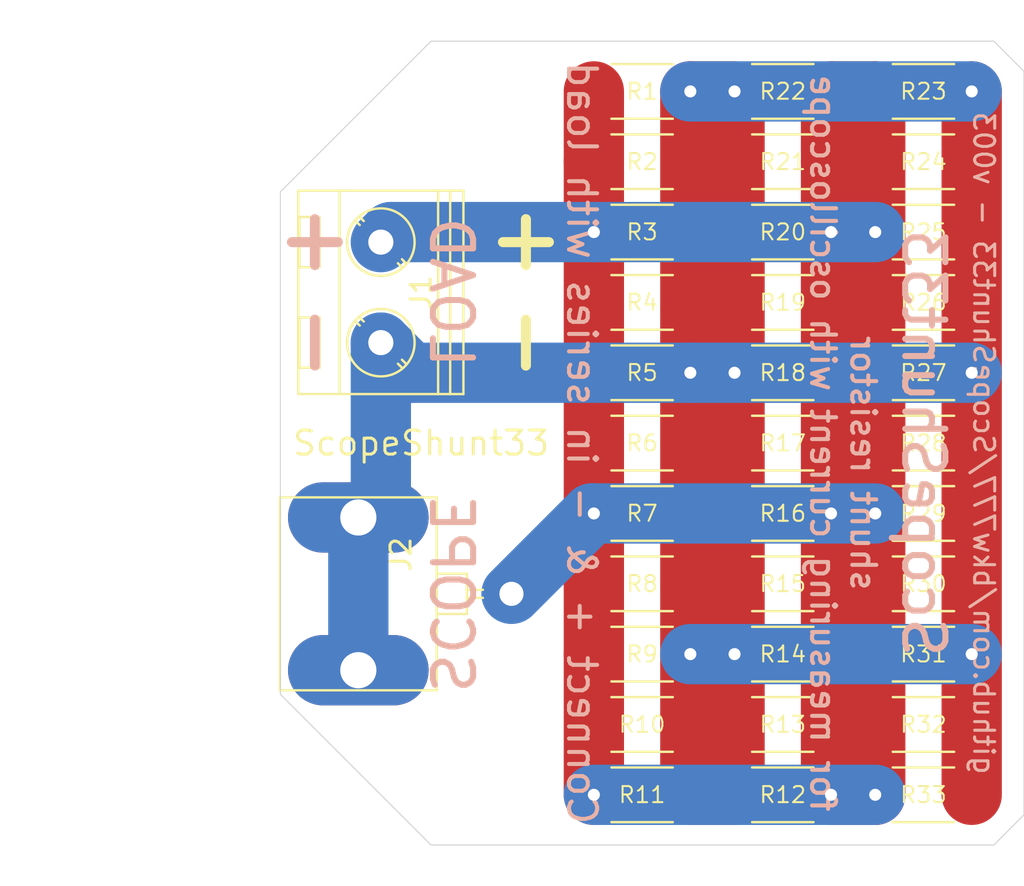
<source format=kicad_pcb>
(kicad_pcb (version 20171130) (host pcbnew 5.99.0+really5.1.10+dfsg1-1)

  (general
    (thickness 1.6)
    (drawings 20)
    (tracks 52)
    (zones 0)
    (modules 35)
    (nets 3)
  )

  (page A4)
  (layers
    (0 F.Cu signal)
    (31 B.Cu signal)
    (32 B.Adhes user hide)
    (33 F.Adhes user hide)
    (34 B.Paste user hide)
    (35 F.Paste user hide)
    (36 B.SilkS user)
    (37 F.SilkS user)
    (38 B.Mask user)
    (39 F.Mask user)
    (40 Dwgs.User user)
    (41 Cmts.User user hide)
    (42 Eco1.User user hide)
    (43 Eco2.User user hide)
    (44 Edge.Cuts user)
    (45 Margin user hide)
    (46 B.CrtYd user hide)
    (47 F.CrtYd user hide)
    (48 B.Fab user hide)
    (49 F.Fab user hide)
  )

  (setup
    (last_trace_width 3)
    (user_trace_width 0.2)
    (user_trace_width 0.5)
    (user_trace_width 1)
    (user_trace_width 2)
    (user_trace_width 3)
    (trace_clearance 0.2)
    (zone_clearance 0.508)
    (zone_45_only no)
    (trace_min 0.2)
    (via_size 0.8)
    (via_drill 0.4)
    (via_min_size 0.4)
    (via_min_drill 0.3)
    (user_via 1 0.6)
    (uvia_size 0.3)
    (uvia_drill 0.1)
    (uvias_allowed no)
    (uvia_min_size 0.2)
    (uvia_min_drill 0.1)
    (edge_width 0.05)
    (segment_width 0.2)
    (pcb_text_width 0.3)
    (pcb_text_size 1.5 1.5)
    (mod_edge_width 0.12)
    (mod_text_size 1 1)
    (mod_text_width 0.15)
    (pad_size 1.524 1.524)
    (pad_drill 0.762)
    (pad_to_mask_clearance 0)
    (aux_axis_origin 0 0)
    (grid_origin 151 100)
    (visible_elements FFFFFF7F)
    (pcbplotparams
      (layerselection 0x010fc_ffffffff)
      (usegerberextensions false)
      (usegerberattributes true)
      (usegerberadvancedattributes true)
      (creategerberjobfile true)
      (excludeedgelayer true)
      (linewidth 0.100000)
      (plotframeref false)
      (viasonmask false)
      (mode 1)
      (useauxorigin false)
      (hpglpennumber 1)
      (hpglpenspeed 20)
      (hpglpendiameter 15.000000)
      (psnegative false)
      (psa4output false)
      (plotreference true)
      (plotvalue true)
      (plotinvisibletext false)
      (padsonsilk false)
      (subtractmaskfromsilk false)
      (outputformat 1)
      (mirror false)
      (drillshape 0)
      (scaleselection 1)
      (outputdirectory "GERBER_ScopeShunt33_v003"))
  )

  (net 0 "")
  (net 1 /-)
  (net 2 /+)

  (net_class Default "This is the default net class."
    (clearance 0.2)
    (trace_width 0.25)
    (via_dia 0.8)
    (via_drill 0.4)
    (uvia_dia 0.3)
    (uvia_drill 0.1)
    (add_net /+)
    (add_net /-)
  )

  (module 000_LOCAL:TerminalBlock_RND_205-00045_1x02_P5.00mm_Horizontal (layer F.Cu) (tedit 62642245) (tstamp 625325D2)
    (at 131 95 90)
    (descr "terminal block RND 205-00045, 2 pins, pitch 5mm, size 10x8.1mm^2, drill diamater 1.1mm, pad diameter 2.1mm, see http://cdn-reichelt.de/documents/datenblatt/C151/RND_205-00045_DB_EN.pdf, script-generated using https://github.com/pointhi/kicad-footprint-generator/scripts/TerminalBlock_RND")
    (tags "THT terminal block RND 205-00045 pitch 5mm size 10x8.1mm^2 drill 1.1mm pad 2.1mm")
    (path /6255632E)
    (fp_text reference J1 (at 2.5 2 -90) (layer F.SilkS)
      (effects (font (size 1 1) (thickness 0.15)))
    )
    (fp_text value Screw_Terminal_01x02 (at 2.5 5.11 90) (layer F.Fab)
      (effects (font (size 1 1) (thickness 0.15)))
    )
    (fp_text user %R (at 2.5 -5.11 90) (layer F.Fab)
      (effects (font (size 1 1) (thickness 0.15)))
    )
    (fp_line (start 4.15 1.05) (end 3.95 1.25) (layer F.SilkS) (width 0.12))
    (fp_line (start 3.95 0.85) (end 3.75 1.05) (layer F.SilkS) (width 0.12))
    (fp_line (start 6.25 -1.05) (end 6.05 -0.85) (layer F.SilkS) (width 0.12))
    (fp_line (start 6.05 -1.25) (end 5.85 -1.05) (layer F.SilkS) (width 0.12))
    (fp_line (start 1.05 -1.25) (end 0.85 -1.05) (layer F.SilkS) (width 0.12))
    (fp_line (start -1.05 0.85) (end -1.25 1.05) (layer F.SilkS) (width 0.12))
    (fp_line (start 1.25 -1.05) (end 1.05 -0.85) (layer F.SilkS) (width 0.12))
    (fp_line (start -0.85 1.05) (end -1.05 1.25) (layer F.SilkS) (width 0.12))
    (fp_circle (center 0 0) (end 1.68 0) (layer F.SilkS) (width 0.12))
    (fp_circle (center 0 0) (end 1.5 0) (layer F.Fab) (width 0.1))
    (fp_circle (center 5 0) (end 6.5 0) (layer F.Fab) (width 0.1))
    (fp_circle (center 5 0) (end 6.68 0) (layer F.SilkS) (width 0.12))
    (fp_line (start -2.5 -4.05) (end 7.5 -4.05) (layer F.Fab) (width 0.1))
    (fp_line (start 7.5 -4.05) (end 7.5 4.05) (layer F.Fab) (width 0.1))
    (fp_line (start 7.5 4.05) (end -1.9 4.05) (layer F.Fab) (width 0.1))
    (fp_line (start -1.9 4.05) (end -2.5 3.45) (layer F.Fab) (width 0.1))
    (fp_line (start -2.5 3.45) (end -2.5 -4.05) (layer F.Fab) (width 0.1))
    (fp_line (start -2.5 3.45) (end 7.5 3.45) (layer F.Fab) (width 0.1))
    (fp_line (start -2.56 3.45) (end 7.56 3.45) (layer F.SilkS) (width 0.12))
    (fp_line (start -2.5 2.85) (end 7.5 2.85) (layer F.Fab) (width 0.1))
    (fp_line (start -2.56 2.85) (end 7.56 2.85) (layer F.SilkS) (width 0.12))
    (fp_line (start -2.5 -2.05) (end 7.5 -2.05) (layer F.Fab) (width 0.1))
    (fp_line (start -2.56 -2.05) (end 7.56 -2.05) (layer F.SilkS) (width 0.12))
    (fp_line (start -2.56 -4.11) (end 7.56 -4.11) (layer F.SilkS) (width 0.12))
    (fp_line (start -2.56 4.11) (end 7.56 4.11) (layer F.SilkS) (width 0.12))
    (fp_line (start -2.56 -4.11) (end -2.56 4.11) (layer F.SilkS) (width 0.12))
    (fp_line (start 7.56 -4.11) (end 7.56 4.11) (layer F.SilkS) (width 0.12))
    (fp_line (start 1.138 -0.955) (end -0.955 1.138) (layer F.Fab) (width 0.1))
    (fp_line (start 0.955 -1.138) (end -1.138 0.955) (layer F.Fab) (width 0.1))
    (fp_line (start -1.25 -4.05) (end -1.25 -3.05) (layer F.Fab) (width 0.1))
    (fp_line (start -1.25 -3.05) (end 1.25 -3.05) (layer F.Fab) (width 0.1))
    (fp_line (start 1.25 -3.05) (end 1.25 -4.05) (layer F.Fab) (width 0.1))
    (fp_line (start 1.25 -4.05) (end -1.25 -4.05) (layer F.Fab) (width 0.1))
    (fp_line (start -1.25 -4.05) (end 1.25 -4.05) (layer F.SilkS) (width 0.12))
    (fp_line (start -1.25 -3.05) (end 1.25 -3.05) (layer F.SilkS) (width 0.12))
    (fp_line (start -1.25 -4.05) (end -1.25 -3.05) (layer F.SilkS) (width 0.12))
    (fp_line (start 1.25 -4.05) (end 1.25 -3.05) (layer F.SilkS) (width 0.12))
    (fp_line (start 6.138 -0.955) (end 4.046 1.138) (layer F.Fab) (width 0.1))
    (fp_line (start 5.955 -1.138) (end 3.863 0.955) (layer F.Fab) (width 0.1))
    (fp_line (start 3.75 -4.05) (end 3.75 -3.05) (layer F.Fab) (width 0.1))
    (fp_line (start 3.75 -3.05) (end 6.25 -3.05) (layer F.Fab) (width 0.1))
    (fp_line (start 6.25 -3.05) (end 6.25 -4.05) (layer F.Fab) (width 0.1))
    (fp_line (start 6.25 -4.05) (end 3.75 -4.05) (layer F.Fab) (width 0.1))
    (fp_line (start 3.75 -4.05) (end 6.25 -4.05) (layer F.SilkS) (width 0.12))
    (fp_line (start 3.75 -3.05) (end 6.25 -3.05) (layer F.SilkS) (width 0.12))
    (fp_line (start 3.75 -4.05) (end 3.75 -3.05) (layer F.SilkS) (width 0.12))
    (fp_line (start 6.25 -4.05) (end 6.25 -3.05) (layer F.SilkS) (width 0.12))
    (fp_line (start -3 -4.55) (end -3 4.55) (layer F.CrtYd) (width 0.05))
    (fp_line (start -3 4.55) (end 8 4.55) (layer F.CrtYd) (width 0.05))
    (fp_line (start 8 4.55) (end 8 -4.55) (layer F.CrtYd) (width 0.05))
    (fp_line (start 8 -4.55) (end -3 -4.55) (layer F.CrtYd) (width 0.05))
    (pad 2 thru_hole circle (at 5 0 90) (size 2.6 2.6) (drill 1.25) (layers *.Cu *.Mask)
      (net 2 /+))
    (pad 1 thru_hole circle (at 0 0 90) (size 2.6 2.6) (drill 1.25) (layers *.Cu *.Mask)
      (net 1 /-))
    (model ${KIPRJMOD}/000_LOCAL.pretty/3d/TerminalBlock_Phoenix_MKDS-1,5-2_1x02_P5.00mm_Horizontal.step
      (offset (xyz 5 0 0))
      (scale (xyz 1 1 1))
      (rotate (xyz 0 0 180))
    )
  )

  (module 000_LOCAL:TE-5414373 (layer F.Cu) (tedit 6264058D) (tstamp 625325ED)
    (at 137.5 107.5 90)
    (descr http://www.farnell.com/datasheets/612848.pdf)
    (tags "BNC Amphenol Horizontal")
    (path /625519CD)
    (fp_text reference J2 (at 1 -5.5 -90) (layer F.SilkS)
      (effects (font (size 1 1) (thickness 0.15)) (justify left))
    )
    (fp_text value Conn_Coaxial (at 0 3 270) (layer F.Fab)
      (effects (font (size 1 1) (thickness 0.15)))
    )
    (fp_line (start 4.8 -3.72) (end 4.8 -11.52) (layer F.SilkS) (width 0.12))
    (fp_circle (center 0 -21.5) (end 1 -21.5) (layer F.Fab) (width 0.1))
    (fp_line (start 4.8 -3.72) (end 4.8 -25.4) (layer F.Fab) (width 0.1))
    (fp_line (start 4.8 -25.4) (end -4.8 -25.4) (layer F.Fab) (width 0.1))
    (fp_line (start -4.8 -25.4) (end -4.8 -3.72) (layer F.Fab) (width 0.1))
    (fp_line (start 4.8 -11.52) (end -4.8 -11.52) (layer F.Fab) (width 0.1))
    (fp_line (start -4.8 -3.72) (end 4.8 -3.72) (layer F.Fab) (width 0.1))
    (fp_line (start 7.35 -11.52) (end -7.35 -11.52) (layer Dwgs.User) (width 0.1))
    (fp_line (start -4.8 -11.52) (end 4.8 -11.52) (layer F.SilkS) (width 0.12))
    (fp_line (start 4.8 -3.72) (end -4.8 -3.72) (layer F.SilkS) (width 0.12))
    (fp_line (start -4.8 -3.72) (end -4.8 -11.52) (layer F.SilkS) (width 0.12))
    (fp_line (start -1 -3.72) (end -1 -2.22) (layer F.SilkS) (width 0.12))
    (fp_line (start -1 -2.22) (end 1 -2.22) (layer F.SilkS) (width 0.12))
    (fp_line (start 1 -2.22) (end 1 -3.72) (layer F.SilkS) (width 0.12))
    (fp_line (start -0.2 -2.22) (end -0.2 -1.42) (layer F.SilkS) (width 0.12))
    (fp_line (start 0.2 -2.22) (end 0.2 -1.42) (layer F.SilkS) (width 0.12))
    (fp_text user "PCB EDGE" (at 0 -12.3 90) (layer Dwgs.User)
      (effects (font (size 1 1) (thickness 0.1)))
    )
    (fp_text user %R (at 3.95 -2.2 90) (layer F.Fab)
      (effects (font (size 1 1) (thickness 0.15)))
    )
    (pad 1 thru_hole circle (at 0 0 90) (size 2.5 2.5) (drill 1.2) (layers *.Cu *.Mask)
      (net 2 /+))
    (pad 2 thru_hole oval (at 3.8 -7.62 90) (size 3.5 7) (drill 1.8) (layers *.Cu *.Mask)
      (net 1 /-))
    (pad 2 thru_hole oval (at -3.8 -7.62 90) (size 3.5 7) (drill 1.8) (layers *.Cu *.Mask)
      (net 1 /-))
    (model ${KIPRJMOD}/000_LOCAL.pretty/3d/5414373-1.stp
      (offset (xyz 0 25.4 3.8))
      (scale (xyz 1 1 1))
      (rotate (xyz 90 180 0))
    )
  )

  (module 000_LOCAL:R_2010_5025Metric_Pad1.40x2.65mm_HandSolder (layer F.Cu) (tedit 6252B8D8) (tstamp 625342BE)
    (at 158 117.5)
    (descr "Resistor SMD 2010 (5025 Metric), square (rectangular) end terminal, IPC_7351 nominal with elongated pad for handsoldering. (Body size source: IPC-SM-782 page 72, https://www.pcb-3d.com/wordpress/wp-content/uploads/ipc-sm-782a_amendment_1_and_2.pdf), generated with kicad-footprint-generator")
    (tags "resistor handsolder")
    (path /625E47A7)
    (attr smd)
    (fp_text reference R33 (at 0 0) (layer F.SilkS)
      (effects (font (size 0.8 0.8) (thickness 0.1)))
    )
    (fp_text value 33 (at 0 2.28) (layer F.Fab)
      (effects (font (size 1 1) (thickness 0.15)))
    )
    (fp_line (start 3.35 1.58) (end -3.35 1.58) (layer F.CrtYd) (width 0.05))
    (fp_line (start 3.35 -1.58) (end 3.35 1.58) (layer F.CrtYd) (width 0.05))
    (fp_line (start -3.35 -1.58) (end 3.35 -1.58) (layer F.CrtYd) (width 0.05))
    (fp_line (start -3.35 1.58) (end -3.35 -1.58) (layer F.CrtYd) (width 0.05))
    (fp_line (start -1.527064 1.36) (end 1.527064 1.36) (layer F.SilkS) (width 0.12))
    (fp_line (start -1.527064 -1.36) (end 1.527064 -1.36) (layer F.SilkS) (width 0.12))
    (fp_line (start 2.5 1.25) (end -2.5 1.25) (layer F.Fab) (width 0.1))
    (fp_line (start 2.5 -1.25) (end 2.5 1.25) (layer F.Fab) (width 0.1))
    (fp_line (start -2.5 -1.25) (end 2.5 -1.25) (layer F.Fab) (width 0.1))
    (fp_line (start -2.5 1.25) (end -2.5 -1.25) (layer F.Fab) (width 0.1))
    (fp_text user %R (at 0.1 3.7) (layer F.Fab)
      (effects (font (size 1 1) (thickness 0.15)))
    )
    (pad 2 smd roundrect (at 2.4 0) (size 1.4 2.65) (layers F.Cu F.Paste F.Mask) (roundrect_rratio 0.1785707142857143)
      (net 1 /-))
    (pad 1 smd roundrect (at -2.4 0) (size 1.4 2.65) (layers F.Cu F.Paste F.Mask) (roundrect_rratio 0.1785707142857143)
      (net 2 /+))
    (model ${KIPRJMOD}/000_LOCAL.pretty/3d/R_2010_5025Metric.step
      (at (xyz 0 0 0))
      (scale (xyz 1 1 1))
      (rotate (xyz 0 0 0))
    )
  )

  (module 000_LOCAL:R_2010_5025Metric_Pad1.40x2.65mm_HandSolder (layer F.Cu) (tedit 6252B8D8) (tstamp 625342AD)
    (at 158 114)
    (descr "Resistor SMD 2010 (5025 Metric), square (rectangular) end terminal, IPC_7351 nominal with elongated pad for handsoldering. (Body size source: IPC-SM-782 page 72, https://www.pcb-3d.com/wordpress/wp-content/uploads/ipc-sm-782a_amendment_1_and_2.pdf), generated with kicad-footprint-generator")
    (tags "resistor handsolder")
    (path /625D9BEF)
    (attr smd)
    (fp_text reference R32 (at 0 0) (layer F.SilkS)
      (effects (font (size 0.8 0.8) (thickness 0.1)))
    )
    (fp_text value 33 (at 0 2.28) (layer F.Fab)
      (effects (font (size 1 1) (thickness 0.15)))
    )
    (fp_line (start 3.35 1.58) (end -3.35 1.58) (layer F.CrtYd) (width 0.05))
    (fp_line (start 3.35 -1.58) (end 3.35 1.58) (layer F.CrtYd) (width 0.05))
    (fp_line (start -3.35 -1.58) (end 3.35 -1.58) (layer F.CrtYd) (width 0.05))
    (fp_line (start -3.35 1.58) (end -3.35 -1.58) (layer F.CrtYd) (width 0.05))
    (fp_line (start -1.527064 1.36) (end 1.527064 1.36) (layer F.SilkS) (width 0.12))
    (fp_line (start -1.527064 -1.36) (end 1.527064 -1.36) (layer F.SilkS) (width 0.12))
    (fp_line (start 2.5 1.25) (end -2.5 1.25) (layer F.Fab) (width 0.1))
    (fp_line (start 2.5 -1.25) (end 2.5 1.25) (layer F.Fab) (width 0.1))
    (fp_line (start -2.5 -1.25) (end 2.5 -1.25) (layer F.Fab) (width 0.1))
    (fp_line (start -2.5 1.25) (end -2.5 -1.25) (layer F.Fab) (width 0.1))
    (fp_text user %R (at 0.1 3.7) (layer F.Fab)
      (effects (font (size 1 1) (thickness 0.15)))
    )
    (pad 2 smd roundrect (at 2.4 0) (size 1.4 2.65) (layers F.Cu F.Paste F.Mask) (roundrect_rratio 0.1785707142857143)
      (net 1 /-))
    (pad 1 smd roundrect (at -2.4 0) (size 1.4 2.65) (layers F.Cu F.Paste F.Mask) (roundrect_rratio 0.1785707142857143)
      (net 2 /+))
    (model ${KIPRJMOD}/000_LOCAL.pretty/3d/R_2010_5025Metric.step
      (at (xyz 0 0 0))
      (scale (xyz 1 1 1))
      (rotate (xyz 0 0 0))
    )
  )

  (module 000_LOCAL:R_2010_5025Metric_Pad1.40x2.65mm_HandSolder (layer F.Cu) (tedit 6252B8D8) (tstamp 6253429C)
    (at 158 110.5)
    (descr "Resistor SMD 2010 (5025 Metric), square (rectangular) end terminal, IPC_7351 nominal with elongated pad for handsoldering. (Body size source: IPC-SM-782 page 72, https://www.pcb-3d.com/wordpress/wp-content/uploads/ipc-sm-782a_amendment_1_and_2.pdf), generated with kicad-footprint-generator")
    (tags "resistor handsolder")
    (path /625D9BE5)
    (attr smd)
    (fp_text reference R31 (at 0 0) (layer F.SilkS)
      (effects (font (size 0.8 0.8) (thickness 0.1)))
    )
    (fp_text value 33 (at 0 2.28) (layer F.Fab)
      (effects (font (size 1 1) (thickness 0.15)))
    )
    (fp_line (start 3.35 1.58) (end -3.35 1.58) (layer F.CrtYd) (width 0.05))
    (fp_line (start 3.35 -1.58) (end 3.35 1.58) (layer F.CrtYd) (width 0.05))
    (fp_line (start -3.35 -1.58) (end 3.35 -1.58) (layer F.CrtYd) (width 0.05))
    (fp_line (start -3.35 1.58) (end -3.35 -1.58) (layer F.CrtYd) (width 0.05))
    (fp_line (start -1.527064 1.36) (end 1.527064 1.36) (layer F.SilkS) (width 0.12))
    (fp_line (start -1.527064 -1.36) (end 1.527064 -1.36) (layer F.SilkS) (width 0.12))
    (fp_line (start 2.5 1.25) (end -2.5 1.25) (layer F.Fab) (width 0.1))
    (fp_line (start 2.5 -1.25) (end 2.5 1.25) (layer F.Fab) (width 0.1))
    (fp_line (start -2.5 -1.25) (end 2.5 -1.25) (layer F.Fab) (width 0.1))
    (fp_line (start -2.5 1.25) (end -2.5 -1.25) (layer F.Fab) (width 0.1))
    (fp_text user %R (at 0.1 3.7) (layer F.Fab)
      (effects (font (size 1 1) (thickness 0.15)))
    )
    (pad 2 smd roundrect (at 2.4 0) (size 1.4 2.65) (layers F.Cu F.Paste F.Mask) (roundrect_rratio 0.1785707142857143)
      (net 1 /-))
    (pad 1 smd roundrect (at -2.4 0) (size 1.4 2.65) (layers F.Cu F.Paste F.Mask) (roundrect_rratio 0.1785707142857143)
      (net 2 /+))
    (model ${KIPRJMOD}/000_LOCAL.pretty/3d/R_2010_5025Metric.step
      (at (xyz 0 0 0))
      (scale (xyz 1 1 1))
      (rotate (xyz 0 0 0))
    )
  )

  (module 000_LOCAL:R_2010_5025Metric_Pad1.40x2.65mm_HandSolder (layer F.Cu) (tedit 6252B8D8) (tstamp 6253428B)
    (at 158 107)
    (descr "Resistor SMD 2010 (5025 Metric), square (rectangular) end terminal, IPC_7351 nominal with elongated pad for handsoldering. (Body size source: IPC-SM-782 page 72, https://www.pcb-3d.com/wordpress/wp-content/uploads/ipc-sm-782a_amendment_1_and_2.pdf), generated with kicad-footprint-generator")
    (tags "resistor handsolder")
    (path /625D9BDB)
    (attr smd)
    (fp_text reference R30 (at 0 0) (layer F.SilkS)
      (effects (font (size 0.8 0.8) (thickness 0.1)))
    )
    (fp_text value 33 (at 0 2.28) (layer F.Fab)
      (effects (font (size 1 1) (thickness 0.15)))
    )
    (fp_line (start 3.35 1.58) (end -3.35 1.58) (layer F.CrtYd) (width 0.05))
    (fp_line (start 3.35 -1.58) (end 3.35 1.58) (layer F.CrtYd) (width 0.05))
    (fp_line (start -3.35 -1.58) (end 3.35 -1.58) (layer F.CrtYd) (width 0.05))
    (fp_line (start -3.35 1.58) (end -3.35 -1.58) (layer F.CrtYd) (width 0.05))
    (fp_line (start -1.527064 1.36) (end 1.527064 1.36) (layer F.SilkS) (width 0.12))
    (fp_line (start -1.527064 -1.36) (end 1.527064 -1.36) (layer F.SilkS) (width 0.12))
    (fp_line (start 2.5 1.25) (end -2.5 1.25) (layer F.Fab) (width 0.1))
    (fp_line (start 2.5 -1.25) (end 2.5 1.25) (layer F.Fab) (width 0.1))
    (fp_line (start -2.5 -1.25) (end 2.5 -1.25) (layer F.Fab) (width 0.1))
    (fp_line (start -2.5 1.25) (end -2.5 -1.25) (layer F.Fab) (width 0.1))
    (fp_text user %R (at 0.1 3.7) (layer F.Fab)
      (effects (font (size 1 1) (thickness 0.15)))
    )
    (pad 2 smd roundrect (at 2.4 0) (size 1.4 2.65) (layers F.Cu F.Paste F.Mask) (roundrect_rratio 0.1785707142857143)
      (net 1 /-))
    (pad 1 smd roundrect (at -2.4 0) (size 1.4 2.65) (layers F.Cu F.Paste F.Mask) (roundrect_rratio 0.1785707142857143)
      (net 2 /+))
    (model ${KIPRJMOD}/000_LOCAL.pretty/3d/R_2010_5025Metric.step
      (at (xyz 0 0 0))
      (scale (xyz 1 1 1))
      (rotate (xyz 0 0 0))
    )
  )

  (module 000_LOCAL:R_2010_5025Metric_Pad1.40x2.65mm_HandSolder (layer F.Cu) (tedit 6252B8D8) (tstamp 6253427A)
    (at 158 103.5)
    (descr "Resistor SMD 2010 (5025 Metric), square (rectangular) end terminal, IPC_7351 nominal with elongated pad for handsoldering. (Body size source: IPC-SM-782 page 72, https://www.pcb-3d.com/wordpress/wp-content/uploads/ipc-sm-782a_amendment_1_and_2.pdf), generated with kicad-footprint-generator")
    (tags "resistor handsolder")
    (path /625D9BD1)
    (attr smd)
    (fp_text reference R29 (at 0 0) (layer F.SilkS)
      (effects (font (size 0.8 0.8) (thickness 0.1)))
    )
    (fp_text value 33 (at 0 2.28) (layer F.Fab)
      (effects (font (size 1 1) (thickness 0.15)))
    )
    (fp_line (start 3.35 1.58) (end -3.35 1.58) (layer F.CrtYd) (width 0.05))
    (fp_line (start 3.35 -1.58) (end 3.35 1.58) (layer F.CrtYd) (width 0.05))
    (fp_line (start -3.35 -1.58) (end 3.35 -1.58) (layer F.CrtYd) (width 0.05))
    (fp_line (start -3.35 1.58) (end -3.35 -1.58) (layer F.CrtYd) (width 0.05))
    (fp_line (start -1.527064 1.36) (end 1.527064 1.36) (layer F.SilkS) (width 0.12))
    (fp_line (start -1.527064 -1.36) (end 1.527064 -1.36) (layer F.SilkS) (width 0.12))
    (fp_line (start 2.5 1.25) (end -2.5 1.25) (layer F.Fab) (width 0.1))
    (fp_line (start 2.5 -1.25) (end 2.5 1.25) (layer F.Fab) (width 0.1))
    (fp_line (start -2.5 -1.25) (end 2.5 -1.25) (layer F.Fab) (width 0.1))
    (fp_line (start -2.5 1.25) (end -2.5 -1.25) (layer F.Fab) (width 0.1))
    (fp_text user %R (at 0.1 3.7) (layer F.Fab)
      (effects (font (size 1 1) (thickness 0.15)))
    )
    (pad 2 smd roundrect (at 2.4 0) (size 1.4 2.65) (layers F.Cu F.Paste F.Mask) (roundrect_rratio 0.1785707142857143)
      (net 1 /-))
    (pad 1 smd roundrect (at -2.4 0) (size 1.4 2.65) (layers F.Cu F.Paste F.Mask) (roundrect_rratio 0.1785707142857143)
      (net 2 /+))
    (model ${KIPRJMOD}/000_LOCAL.pretty/3d/R_2010_5025Metric.step
      (at (xyz 0 0 0))
      (scale (xyz 1 1 1))
      (rotate (xyz 0 0 0))
    )
  )

  (module 000_LOCAL:R_2010_5025Metric_Pad1.40x2.65mm_HandSolder (layer F.Cu) (tedit 6252B8D8) (tstamp 62534269)
    (at 158 100)
    (descr "Resistor SMD 2010 (5025 Metric), square (rectangular) end terminal, IPC_7351 nominal with elongated pad for handsoldering. (Body size source: IPC-SM-782 page 72, https://www.pcb-3d.com/wordpress/wp-content/uploads/ipc-sm-782a_amendment_1_and_2.pdf), generated with kicad-footprint-generator")
    (tags "resistor handsolder")
    (path /625D9BC7)
    (attr smd)
    (fp_text reference R28 (at 0 0) (layer F.SilkS)
      (effects (font (size 0.8 0.8) (thickness 0.1)))
    )
    (fp_text value 33 (at 0 2.28) (layer F.Fab)
      (effects (font (size 1 1) (thickness 0.15)))
    )
    (fp_line (start 3.35 1.58) (end -3.35 1.58) (layer F.CrtYd) (width 0.05))
    (fp_line (start 3.35 -1.58) (end 3.35 1.58) (layer F.CrtYd) (width 0.05))
    (fp_line (start -3.35 -1.58) (end 3.35 -1.58) (layer F.CrtYd) (width 0.05))
    (fp_line (start -3.35 1.58) (end -3.35 -1.58) (layer F.CrtYd) (width 0.05))
    (fp_line (start -1.527064 1.36) (end 1.527064 1.36) (layer F.SilkS) (width 0.12))
    (fp_line (start -1.527064 -1.36) (end 1.527064 -1.36) (layer F.SilkS) (width 0.12))
    (fp_line (start 2.5 1.25) (end -2.5 1.25) (layer F.Fab) (width 0.1))
    (fp_line (start 2.5 -1.25) (end 2.5 1.25) (layer F.Fab) (width 0.1))
    (fp_line (start -2.5 -1.25) (end 2.5 -1.25) (layer F.Fab) (width 0.1))
    (fp_line (start -2.5 1.25) (end -2.5 -1.25) (layer F.Fab) (width 0.1))
    (fp_text user %R (at 0.1 3.7) (layer F.Fab)
      (effects (font (size 1 1) (thickness 0.15)))
    )
    (pad 2 smd roundrect (at 2.4 0) (size 1.4 2.65) (layers F.Cu F.Paste F.Mask) (roundrect_rratio 0.1785707142857143)
      (net 1 /-))
    (pad 1 smd roundrect (at -2.4 0) (size 1.4 2.65) (layers F.Cu F.Paste F.Mask) (roundrect_rratio 0.1785707142857143)
      (net 2 /+))
    (model ${KIPRJMOD}/000_LOCAL.pretty/3d/R_2010_5025Metric.step
      (at (xyz 0 0 0))
      (scale (xyz 1 1 1))
      (rotate (xyz 0 0 0))
    )
  )

  (module 000_LOCAL:R_2010_5025Metric_Pad1.40x2.65mm_HandSolder (layer F.Cu) (tedit 6252B8D8) (tstamp 62534258)
    (at 158 96.5)
    (descr "Resistor SMD 2010 (5025 Metric), square (rectangular) end terminal, IPC_7351 nominal with elongated pad for handsoldering. (Body size source: IPC-SM-782 page 72, https://www.pcb-3d.com/wordpress/wp-content/uploads/ipc-sm-782a_amendment_1_and_2.pdf), generated with kicad-footprint-generator")
    (tags "resistor handsolder")
    (path /625D9BBD)
    (attr smd)
    (fp_text reference R27 (at 0 0) (layer F.SilkS)
      (effects (font (size 0.8 0.8) (thickness 0.1)))
    )
    (fp_text value 33 (at 0 2.28) (layer F.Fab)
      (effects (font (size 1 1) (thickness 0.15)))
    )
    (fp_line (start 3.35 1.58) (end -3.35 1.58) (layer F.CrtYd) (width 0.05))
    (fp_line (start 3.35 -1.58) (end 3.35 1.58) (layer F.CrtYd) (width 0.05))
    (fp_line (start -3.35 -1.58) (end 3.35 -1.58) (layer F.CrtYd) (width 0.05))
    (fp_line (start -3.35 1.58) (end -3.35 -1.58) (layer F.CrtYd) (width 0.05))
    (fp_line (start -1.527064 1.36) (end 1.527064 1.36) (layer F.SilkS) (width 0.12))
    (fp_line (start -1.527064 -1.36) (end 1.527064 -1.36) (layer F.SilkS) (width 0.12))
    (fp_line (start 2.5 1.25) (end -2.5 1.25) (layer F.Fab) (width 0.1))
    (fp_line (start 2.5 -1.25) (end 2.5 1.25) (layer F.Fab) (width 0.1))
    (fp_line (start -2.5 -1.25) (end 2.5 -1.25) (layer F.Fab) (width 0.1))
    (fp_line (start -2.5 1.25) (end -2.5 -1.25) (layer F.Fab) (width 0.1))
    (fp_text user %R (at 0.1 3.7) (layer F.Fab)
      (effects (font (size 1 1) (thickness 0.15)))
    )
    (pad 2 smd roundrect (at 2.4 0) (size 1.4 2.65) (layers F.Cu F.Paste F.Mask) (roundrect_rratio 0.1785707142857143)
      (net 1 /-))
    (pad 1 smd roundrect (at -2.4 0) (size 1.4 2.65) (layers F.Cu F.Paste F.Mask) (roundrect_rratio 0.1785707142857143)
      (net 2 /+))
    (model ${KIPRJMOD}/000_LOCAL.pretty/3d/R_2010_5025Metric.step
      (at (xyz 0 0 0))
      (scale (xyz 1 1 1))
      (rotate (xyz 0 0 0))
    )
  )

  (module 000_LOCAL:R_2010_5025Metric_Pad1.40x2.65mm_HandSolder (layer F.Cu) (tedit 6252B8D8) (tstamp 62534247)
    (at 158 93)
    (descr "Resistor SMD 2010 (5025 Metric), square (rectangular) end terminal, IPC_7351 nominal with elongated pad for handsoldering. (Body size source: IPC-SM-782 page 72, https://www.pcb-3d.com/wordpress/wp-content/uploads/ipc-sm-782a_amendment_1_and_2.pdf), generated with kicad-footprint-generator")
    (tags "resistor handsolder")
    (path /625D9BB3)
    (attr smd)
    (fp_text reference R26 (at 0 0) (layer F.SilkS)
      (effects (font (size 0.8 0.8) (thickness 0.1)))
    )
    (fp_text value 33 (at 0 2.28) (layer F.Fab)
      (effects (font (size 1 1) (thickness 0.15)))
    )
    (fp_line (start 3.35 1.58) (end -3.35 1.58) (layer F.CrtYd) (width 0.05))
    (fp_line (start 3.35 -1.58) (end 3.35 1.58) (layer F.CrtYd) (width 0.05))
    (fp_line (start -3.35 -1.58) (end 3.35 -1.58) (layer F.CrtYd) (width 0.05))
    (fp_line (start -3.35 1.58) (end -3.35 -1.58) (layer F.CrtYd) (width 0.05))
    (fp_line (start -1.527064 1.36) (end 1.527064 1.36) (layer F.SilkS) (width 0.12))
    (fp_line (start -1.527064 -1.36) (end 1.527064 -1.36) (layer F.SilkS) (width 0.12))
    (fp_line (start 2.5 1.25) (end -2.5 1.25) (layer F.Fab) (width 0.1))
    (fp_line (start 2.5 -1.25) (end 2.5 1.25) (layer F.Fab) (width 0.1))
    (fp_line (start -2.5 -1.25) (end 2.5 -1.25) (layer F.Fab) (width 0.1))
    (fp_line (start -2.5 1.25) (end -2.5 -1.25) (layer F.Fab) (width 0.1))
    (fp_text user %R (at 0.1 3.7) (layer F.Fab)
      (effects (font (size 1 1) (thickness 0.15)))
    )
    (pad 2 smd roundrect (at 2.4 0) (size 1.4 2.65) (layers F.Cu F.Paste F.Mask) (roundrect_rratio 0.1785707142857143)
      (net 1 /-))
    (pad 1 smd roundrect (at -2.4 0) (size 1.4 2.65) (layers F.Cu F.Paste F.Mask) (roundrect_rratio 0.1785707142857143)
      (net 2 /+))
    (model ${KIPRJMOD}/000_LOCAL.pretty/3d/R_2010_5025Metric.step
      (at (xyz 0 0 0))
      (scale (xyz 1 1 1))
      (rotate (xyz 0 0 0))
    )
  )

  (module 000_LOCAL:R_2010_5025Metric_Pad1.40x2.65mm_HandSolder (layer F.Cu) (tedit 6252B8D8) (tstamp 62534236)
    (at 158 89.5)
    (descr "Resistor SMD 2010 (5025 Metric), square (rectangular) end terminal, IPC_7351 nominal with elongated pad for handsoldering. (Body size source: IPC-SM-782 page 72, https://www.pcb-3d.com/wordpress/wp-content/uploads/ipc-sm-782a_amendment_1_and_2.pdf), generated with kicad-footprint-generator")
    (tags "resistor handsolder")
    (path /625D9BA9)
    (attr smd)
    (fp_text reference R25 (at 0 0) (layer F.SilkS)
      (effects (font (size 0.8 0.8) (thickness 0.1)))
    )
    (fp_text value 33 (at 0 2.28) (layer F.Fab)
      (effects (font (size 1 1) (thickness 0.15)))
    )
    (fp_line (start 3.35 1.58) (end -3.35 1.58) (layer F.CrtYd) (width 0.05))
    (fp_line (start 3.35 -1.58) (end 3.35 1.58) (layer F.CrtYd) (width 0.05))
    (fp_line (start -3.35 -1.58) (end 3.35 -1.58) (layer F.CrtYd) (width 0.05))
    (fp_line (start -3.35 1.58) (end -3.35 -1.58) (layer F.CrtYd) (width 0.05))
    (fp_line (start -1.527064 1.36) (end 1.527064 1.36) (layer F.SilkS) (width 0.12))
    (fp_line (start -1.527064 -1.36) (end 1.527064 -1.36) (layer F.SilkS) (width 0.12))
    (fp_line (start 2.5 1.25) (end -2.5 1.25) (layer F.Fab) (width 0.1))
    (fp_line (start 2.5 -1.25) (end 2.5 1.25) (layer F.Fab) (width 0.1))
    (fp_line (start -2.5 -1.25) (end 2.5 -1.25) (layer F.Fab) (width 0.1))
    (fp_line (start -2.5 1.25) (end -2.5 -1.25) (layer F.Fab) (width 0.1))
    (fp_text user %R (at 0.1 3.7) (layer F.Fab)
      (effects (font (size 1 1) (thickness 0.15)))
    )
    (pad 2 smd roundrect (at 2.4 0) (size 1.4 2.65) (layers F.Cu F.Paste F.Mask) (roundrect_rratio 0.1785707142857143)
      (net 1 /-))
    (pad 1 smd roundrect (at -2.4 0) (size 1.4 2.65) (layers F.Cu F.Paste F.Mask) (roundrect_rratio 0.1785707142857143)
      (net 2 /+))
    (model ${KIPRJMOD}/000_LOCAL.pretty/3d/R_2010_5025Metric.step
      (at (xyz 0 0 0))
      (scale (xyz 1 1 1))
      (rotate (xyz 0 0 0))
    )
  )

  (module 000_LOCAL:R_2010_5025Metric_Pad1.40x2.65mm_HandSolder (layer F.Cu) (tedit 6252B8D8) (tstamp 62534225)
    (at 158 86)
    (descr "Resistor SMD 2010 (5025 Metric), square (rectangular) end terminal, IPC_7351 nominal with elongated pad for handsoldering. (Body size source: IPC-SM-782 page 72, https://www.pcb-3d.com/wordpress/wp-content/uploads/ipc-sm-782a_amendment_1_and_2.pdf), generated with kicad-footprint-generator")
    (tags "resistor handsolder")
    (path /625D9B9F)
    (attr smd)
    (fp_text reference R24 (at 0 0) (layer F.SilkS)
      (effects (font (size 0.8 0.8) (thickness 0.1)))
    )
    (fp_text value 33 (at 0 2.28) (layer F.Fab)
      (effects (font (size 1 1) (thickness 0.15)))
    )
    (fp_line (start 3.35 1.58) (end -3.35 1.58) (layer F.CrtYd) (width 0.05))
    (fp_line (start 3.35 -1.58) (end 3.35 1.58) (layer F.CrtYd) (width 0.05))
    (fp_line (start -3.35 -1.58) (end 3.35 -1.58) (layer F.CrtYd) (width 0.05))
    (fp_line (start -3.35 1.58) (end -3.35 -1.58) (layer F.CrtYd) (width 0.05))
    (fp_line (start -1.527064 1.36) (end 1.527064 1.36) (layer F.SilkS) (width 0.12))
    (fp_line (start -1.527064 -1.36) (end 1.527064 -1.36) (layer F.SilkS) (width 0.12))
    (fp_line (start 2.5 1.25) (end -2.5 1.25) (layer F.Fab) (width 0.1))
    (fp_line (start 2.5 -1.25) (end 2.5 1.25) (layer F.Fab) (width 0.1))
    (fp_line (start -2.5 -1.25) (end 2.5 -1.25) (layer F.Fab) (width 0.1))
    (fp_line (start -2.5 1.25) (end -2.5 -1.25) (layer F.Fab) (width 0.1))
    (fp_text user %R (at 0.1 3.7) (layer F.Fab)
      (effects (font (size 1 1) (thickness 0.15)))
    )
    (pad 2 smd roundrect (at 2.4 0) (size 1.4 2.65) (layers F.Cu F.Paste F.Mask) (roundrect_rratio 0.1785707142857143)
      (net 1 /-))
    (pad 1 smd roundrect (at -2.4 0) (size 1.4 2.65) (layers F.Cu F.Paste F.Mask) (roundrect_rratio 0.1785707142857143)
      (net 2 /+))
    (model ${KIPRJMOD}/000_LOCAL.pretty/3d/R_2010_5025Metric.step
      (at (xyz 0 0 0))
      (scale (xyz 1 1 1))
      (rotate (xyz 0 0 0))
    )
  )

  (module 000_LOCAL:R_2010_5025Metric_Pad1.40x2.65mm_HandSolder (layer F.Cu) (tedit 6252B8D8) (tstamp 62534214)
    (at 158 82.5)
    (descr "Resistor SMD 2010 (5025 Metric), square (rectangular) end terminal, IPC_7351 nominal with elongated pad for handsoldering. (Body size source: IPC-SM-782 page 72, https://www.pcb-3d.com/wordpress/wp-content/uploads/ipc-sm-782a_amendment_1_and_2.pdf), generated with kicad-footprint-generator")
    (tags "resistor handsolder")
    (path /625D9B95)
    (attr smd)
    (fp_text reference R23 (at 0 0) (layer F.SilkS)
      (effects (font (size 0.8 0.8) (thickness 0.1)))
    )
    (fp_text value 33 (at 0 2.28) (layer F.Fab)
      (effects (font (size 1 1) (thickness 0.15)))
    )
    (fp_line (start 3.35 1.58) (end -3.35 1.58) (layer F.CrtYd) (width 0.05))
    (fp_line (start 3.35 -1.58) (end 3.35 1.58) (layer F.CrtYd) (width 0.05))
    (fp_line (start -3.35 -1.58) (end 3.35 -1.58) (layer F.CrtYd) (width 0.05))
    (fp_line (start -3.35 1.58) (end -3.35 -1.58) (layer F.CrtYd) (width 0.05))
    (fp_line (start -1.527064 1.36) (end 1.527064 1.36) (layer F.SilkS) (width 0.12))
    (fp_line (start -1.527064 -1.36) (end 1.527064 -1.36) (layer F.SilkS) (width 0.12))
    (fp_line (start 2.5 1.25) (end -2.5 1.25) (layer F.Fab) (width 0.1))
    (fp_line (start 2.5 -1.25) (end 2.5 1.25) (layer F.Fab) (width 0.1))
    (fp_line (start -2.5 -1.25) (end 2.5 -1.25) (layer F.Fab) (width 0.1))
    (fp_line (start -2.5 1.25) (end -2.5 -1.25) (layer F.Fab) (width 0.1))
    (fp_text user %R (at 0.1 3.7) (layer F.Fab)
      (effects (font (size 1 1) (thickness 0.15)))
    )
    (pad 2 smd roundrect (at 2.4 0) (size 1.4 2.65) (layers F.Cu F.Paste F.Mask) (roundrect_rratio 0.1785707142857143)
      (net 1 /-))
    (pad 1 smd roundrect (at -2.4 0) (size 1.4 2.65) (layers F.Cu F.Paste F.Mask) (roundrect_rratio 0.1785707142857143)
      (net 2 /+))
    (model ${KIPRJMOD}/000_LOCAL.pretty/3d/R_2010_5025Metric.step
      (at (xyz 0 0 0))
      (scale (xyz 1 1 1))
      (rotate (xyz 0 0 0))
    )
  )

  (module 000_LOCAL:R_2010_5025Metric_Pad1.40x2.65mm_HandSolder (layer F.Cu) (tedit 6252B8D8) (tstamp 62534203)
    (at 151 82.5 180)
    (descr "Resistor SMD 2010 (5025 Metric), square (rectangular) end terminal, IPC_7351 nominal with elongated pad for handsoldering. (Body size source: IPC-SM-782 page 72, https://www.pcb-3d.com/wordpress/wp-content/uploads/ipc-sm-782a_amendment_1_and_2.pdf), generated with kicad-footprint-generator")
    (tags "resistor handsolder")
    (path /625D9B8B)
    (attr smd)
    (fp_text reference R22 (at 0 0) (layer F.SilkS)
      (effects (font (size 0.8 0.8) (thickness 0.1)))
    )
    (fp_text value 33 (at 0 2.28) (layer F.Fab)
      (effects (font (size 1 1) (thickness 0.15)))
    )
    (fp_line (start 3.35 1.58) (end -3.35 1.58) (layer F.CrtYd) (width 0.05))
    (fp_line (start 3.35 -1.58) (end 3.35 1.58) (layer F.CrtYd) (width 0.05))
    (fp_line (start -3.35 -1.58) (end 3.35 -1.58) (layer F.CrtYd) (width 0.05))
    (fp_line (start -3.35 1.58) (end -3.35 -1.58) (layer F.CrtYd) (width 0.05))
    (fp_line (start -1.527064 1.36) (end 1.527064 1.36) (layer F.SilkS) (width 0.12))
    (fp_line (start -1.527064 -1.36) (end 1.527064 -1.36) (layer F.SilkS) (width 0.12))
    (fp_line (start 2.5 1.25) (end -2.5 1.25) (layer F.Fab) (width 0.1))
    (fp_line (start 2.5 -1.25) (end 2.5 1.25) (layer F.Fab) (width 0.1))
    (fp_line (start -2.5 -1.25) (end 2.5 -1.25) (layer F.Fab) (width 0.1))
    (fp_line (start -2.5 1.25) (end -2.5 -1.25) (layer F.Fab) (width 0.1))
    (fp_text user %R (at 0.1 3.7) (layer F.Fab)
      (effects (font (size 1 1) (thickness 0.15)))
    )
    (pad 2 smd roundrect (at 2.4 0 180) (size 1.4 2.65) (layers F.Cu F.Paste F.Mask) (roundrect_rratio 0.1785707142857143)
      (net 1 /-))
    (pad 1 smd roundrect (at -2.4 0 180) (size 1.4 2.65) (layers F.Cu F.Paste F.Mask) (roundrect_rratio 0.1785707142857143)
      (net 2 /+))
    (model ${KIPRJMOD}/000_LOCAL.pretty/3d/R_2010_5025Metric.step
      (at (xyz 0 0 0))
      (scale (xyz 1 1 1))
      (rotate (xyz 0 0 0))
    )
  )

  (module 000_LOCAL:R_2010_5025Metric_Pad1.40x2.65mm_HandSolder (layer F.Cu) (tedit 6252B8D8) (tstamp 625341F2)
    (at 151 86 180)
    (descr "Resistor SMD 2010 (5025 Metric), square (rectangular) end terminal, IPC_7351 nominal with elongated pad for handsoldering. (Body size source: IPC-SM-782 page 72, https://www.pcb-3d.com/wordpress/wp-content/uploads/ipc-sm-782a_amendment_1_and_2.pdf), generated with kicad-footprint-generator")
    (tags "resistor handsolder")
    (path /625D9B81)
    (attr smd)
    (fp_text reference R21 (at 0 0) (layer F.SilkS)
      (effects (font (size 0.8 0.8) (thickness 0.1)))
    )
    (fp_text value 33 (at 0 2.28) (layer F.Fab)
      (effects (font (size 1 1) (thickness 0.15)))
    )
    (fp_line (start 3.35 1.58) (end -3.35 1.58) (layer F.CrtYd) (width 0.05))
    (fp_line (start 3.35 -1.58) (end 3.35 1.58) (layer F.CrtYd) (width 0.05))
    (fp_line (start -3.35 -1.58) (end 3.35 -1.58) (layer F.CrtYd) (width 0.05))
    (fp_line (start -3.35 1.58) (end -3.35 -1.58) (layer F.CrtYd) (width 0.05))
    (fp_line (start -1.527064 1.36) (end 1.527064 1.36) (layer F.SilkS) (width 0.12))
    (fp_line (start -1.527064 -1.36) (end 1.527064 -1.36) (layer F.SilkS) (width 0.12))
    (fp_line (start 2.5 1.25) (end -2.5 1.25) (layer F.Fab) (width 0.1))
    (fp_line (start 2.5 -1.25) (end 2.5 1.25) (layer F.Fab) (width 0.1))
    (fp_line (start -2.5 -1.25) (end 2.5 -1.25) (layer F.Fab) (width 0.1))
    (fp_line (start -2.5 1.25) (end -2.5 -1.25) (layer F.Fab) (width 0.1))
    (fp_text user %R (at 0.1 3.7) (layer F.Fab)
      (effects (font (size 1 1) (thickness 0.15)))
    )
    (pad 2 smd roundrect (at 2.4 0 180) (size 1.4 2.65) (layers F.Cu F.Paste F.Mask) (roundrect_rratio 0.1785707142857143)
      (net 1 /-))
    (pad 1 smd roundrect (at -2.4 0 180) (size 1.4 2.65) (layers F.Cu F.Paste F.Mask) (roundrect_rratio 0.1785707142857143)
      (net 2 /+))
    (model ${KIPRJMOD}/000_LOCAL.pretty/3d/R_2010_5025Metric.step
      (at (xyz 0 0 0))
      (scale (xyz 1 1 1))
      (rotate (xyz 0 0 0))
    )
  )

  (module 000_LOCAL:R_2010_5025Metric_Pad1.40x2.65mm_HandSolder (layer F.Cu) (tedit 6252B8D8) (tstamp 625341E1)
    (at 151 89.5 180)
    (descr "Resistor SMD 2010 (5025 Metric), square (rectangular) end terminal, IPC_7351 nominal with elongated pad for handsoldering. (Body size source: IPC-SM-782 page 72, https://www.pcb-3d.com/wordpress/wp-content/uploads/ipc-sm-782a_amendment_1_and_2.pdf), generated with kicad-footprint-generator")
    (tags "resistor handsolder")
    (path /625D9B77)
    (attr smd)
    (fp_text reference R20 (at 0 0) (layer F.SilkS)
      (effects (font (size 0.8 0.8) (thickness 0.1)))
    )
    (fp_text value 33 (at 0 2.28) (layer F.Fab)
      (effects (font (size 1 1) (thickness 0.15)))
    )
    (fp_line (start 3.35 1.58) (end -3.35 1.58) (layer F.CrtYd) (width 0.05))
    (fp_line (start 3.35 -1.58) (end 3.35 1.58) (layer F.CrtYd) (width 0.05))
    (fp_line (start -3.35 -1.58) (end 3.35 -1.58) (layer F.CrtYd) (width 0.05))
    (fp_line (start -3.35 1.58) (end -3.35 -1.58) (layer F.CrtYd) (width 0.05))
    (fp_line (start -1.527064 1.36) (end 1.527064 1.36) (layer F.SilkS) (width 0.12))
    (fp_line (start -1.527064 -1.36) (end 1.527064 -1.36) (layer F.SilkS) (width 0.12))
    (fp_line (start 2.5 1.25) (end -2.5 1.25) (layer F.Fab) (width 0.1))
    (fp_line (start 2.5 -1.25) (end 2.5 1.25) (layer F.Fab) (width 0.1))
    (fp_line (start -2.5 -1.25) (end 2.5 -1.25) (layer F.Fab) (width 0.1))
    (fp_line (start -2.5 1.25) (end -2.5 -1.25) (layer F.Fab) (width 0.1))
    (fp_text user %R (at 0.1 3.7) (layer F.Fab)
      (effects (font (size 1 1) (thickness 0.15)))
    )
    (pad 2 smd roundrect (at 2.4 0 180) (size 1.4 2.65) (layers F.Cu F.Paste F.Mask) (roundrect_rratio 0.1785707142857143)
      (net 1 /-))
    (pad 1 smd roundrect (at -2.4 0 180) (size 1.4 2.65) (layers F.Cu F.Paste F.Mask) (roundrect_rratio 0.1785707142857143)
      (net 2 /+))
    (model ${KIPRJMOD}/000_LOCAL.pretty/3d/R_2010_5025Metric.step
      (at (xyz 0 0 0))
      (scale (xyz 1 1 1))
      (rotate (xyz 0 0 0))
    )
  )

  (module 000_LOCAL:R_2010_5025Metric_Pad1.40x2.65mm_HandSolder (layer F.Cu) (tedit 6252B8D8) (tstamp 625341D0)
    (at 151 93 180)
    (descr "Resistor SMD 2010 (5025 Metric), square (rectangular) end terminal, IPC_7351 nominal with elongated pad for handsoldering. (Body size source: IPC-SM-782 page 72, https://www.pcb-3d.com/wordpress/wp-content/uploads/ipc-sm-782a_amendment_1_and_2.pdf), generated with kicad-footprint-generator")
    (tags "resistor handsolder")
    (path /625D9B6D)
    (attr smd)
    (fp_text reference R19 (at 0 0) (layer F.SilkS)
      (effects (font (size 0.8 0.8) (thickness 0.1)))
    )
    (fp_text value 33 (at 0 2.28) (layer F.Fab)
      (effects (font (size 1 1) (thickness 0.15)))
    )
    (fp_line (start 3.35 1.58) (end -3.35 1.58) (layer F.CrtYd) (width 0.05))
    (fp_line (start 3.35 -1.58) (end 3.35 1.58) (layer F.CrtYd) (width 0.05))
    (fp_line (start -3.35 -1.58) (end 3.35 -1.58) (layer F.CrtYd) (width 0.05))
    (fp_line (start -3.35 1.58) (end -3.35 -1.58) (layer F.CrtYd) (width 0.05))
    (fp_line (start -1.527064 1.36) (end 1.527064 1.36) (layer F.SilkS) (width 0.12))
    (fp_line (start -1.527064 -1.36) (end 1.527064 -1.36) (layer F.SilkS) (width 0.12))
    (fp_line (start 2.5 1.25) (end -2.5 1.25) (layer F.Fab) (width 0.1))
    (fp_line (start 2.5 -1.25) (end 2.5 1.25) (layer F.Fab) (width 0.1))
    (fp_line (start -2.5 -1.25) (end 2.5 -1.25) (layer F.Fab) (width 0.1))
    (fp_line (start -2.5 1.25) (end -2.5 -1.25) (layer F.Fab) (width 0.1))
    (fp_text user %R (at 0.1 3.7) (layer F.Fab)
      (effects (font (size 1 1) (thickness 0.15)))
    )
    (pad 2 smd roundrect (at 2.4 0 180) (size 1.4 2.65) (layers F.Cu F.Paste F.Mask) (roundrect_rratio 0.1785707142857143)
      (net 1 /-))
    (pad 1 smd roundrect (at -2.4 0 180) (size 1.4 2.65) (layers F.Cu F.Paste F.Mask) (roundrect_rratio 0.1785707142857143)
      (net 2 /+))
    (model ${KIPRJMOD}/000_LOCAL.pretty/3d/R_2010_5025Metric.step
      (at (xyz 0 0 0))
      (scale (xyz 1 1 1))
      (rotate (xyz 0 0 0))
    )
  )

  (module 000_LOCAL:R_2010_5025Metric_Pad1.40x2.65mm_HandSolder (layer F.Cu) (tedit 6252B8D8) (tstamp 625341BF)
    (at 151 96.5 180)
    (descr "Resistor SMD 2010 (5025 Metric), square (rectangular) end terminal, IPC_7351 nominal with elongated pad for handsoldering. (Body size source: IPC-SM-782 page 72, https://www.pcb-3d.com/wordpress/wp-content/uploads/ipc-sm-782a_amendment_1_and_2.pdf), generated with kicad-footprint-generator")
    (tags "resistor handsolder")
    (path /625D9B63)
    (attr smd)
    (fp_text reference R18 (at 0 0) (layer F.SilkS)
      (effects (font (size 0.8 0.8) (thickness 0.1)))
    )
    (fp_text value 33 (at 0 2.28) (layer F.Fab)
      (effects (font (size 1 1) (thickness 0.15)))
    )
    (fp_line (start 3.35 1.58) (end -3.35 1.58) (layer F.CrtYd) (width 0.05))
    (fp_line (start 3.35 -1.58) (end 3.35 1.58) (layer F.CrtYd) (width 0.05))
    (fp_line (start -3.35 -1.58) (end 3.35 -1.58) (layer F.CrtYd) (width 0.05))
    (fp_line (start -3.35 1.58) (end -3.35 -1.58) (layer F.CrtYd) (width 0.05))
    (fp_line (start -1.527064 1.36) (end 1.527064 1.36) (layer F.SilkS) (width 0.12))
    (fp_line (start -1.527064 -1.36) (end 1.527064 -1.36) (layer F.SilkS) (width 0.12))
    (fp_line (start 2.5 1.25) (end -2.5 1.25) (layer F.Fab) (width 0.1))
    (fp_line (start 2.5 -1.25) (end 2.5 1.25) (layer F.Fab) (width 0.1))
    (fp_line (start -2.5 -1.25) (end 2.5 -1.25) (layer F.Fab) (width 0.1))
    (fp_line (start -2.5 1.25) (end -2.5 -1.25) (layer F.Fab) (width 0.1))
    (fp_text user %R (at 0.1 3.7) (layer F.Fab)
      (effects (font (size 1 1) (thickness 0.15)))
    )
    (pad 2 smd roundrect (at 2.4 0 180) (size 1.4 2.65) (layers F.Cu F.Paste F.Mask) (roundrect_rratio 0.1785707142857143)
      (net 1 /-))
    (pad 1 smd roundrect (at -2.4 0 180) (size 1.4 2.65) (layers F.Cu F.Paste F.Mask) (roundrect_rratio 0.1785707142857143)
      (net 2 /+))
    (model ${KIPRJMOD}/000_LOCAL.pretty/3d/R_2010_5025Metric.step
      (at (xyz 0 0 0))
      (scale (xyz 1 1 1))
      (rotate (xyz 0 0 0))
    )
  )

  (module 000_LOCAL:R_2010_5025Metric_Pad1.40x2.65mm_HandSolder (layer F.Cu) (tedit 6252B8D8) (tstamp 625341AE)
    (at 151 100 180)
    (descr "Resistor SMD 2010 (5025 Metric), square (rectangular) end terminal, IPC_7351 nominal with elongated pad for handsoldering. (Body size source: IPC-SM-782 page 72, https://www.pcb-3d.com/wordpress/wp-content/uploads/ipc-sm-782a_amendment_1_and_2.pdf), generated with kicad-footprint-generator")
    (tags "resistor handsolder")
    (path /625D9A2D)
    (attr smd)
    (fp_text reference R17 (at 0 0) (layer F.SilkS)
      (effects (font (size 0.8 0.8) (thickness 0.1)))
    )
    (fp_text value 33 (at 0 2.28) (layer F.Fab)
      (effects (font (size 1 1) (thickness 0.15)))
    )
    (fp_line (start 3.35 1.58) (end -3.35 1.58) (layer F.CrtYd) (width 0.05))
    (fp_line (start 3.35 -1.58) (end 3.35 1.58) (layer F.CrtYd) (width 0.05))
    (fp_line (start -3.35 -1.58) (end 3.35 -1.58) (layer F.CrtYd) (width 0.05))
    (fp_line (start -3.35 1.58) (end -3.35 -1.58) (layer F.CrtYd) (width 0.05))
    (fp_line (start -1.527064 1.36) (end 1.527064 1.36) (layer F.SilkS) (width 0.12))
    (fp_line (start -1.527064 -1.36) (end 1.527064 -1.36) (layer F.SilkS) (width 0.12))
    (fp_line (start 2.5 1.25) (end -2.5 1.25) (layer F.Fab) (width 0.1))
    (fp_line (start 2.5 -1.25) (end 2.5 1.25) (layer F.Fab) (width 0.1))
    (fp_line (start -2.5 -1.25) (end 2.5 -1.25) (layer F.Fab) (width 0.1))
    (fp_line (start -2.5 1.25) (end -2.5 -1.25) (layer F.Fab) (width 0.1))
    (fp_text user %R (at 0.1 3.7) (layer F.Fab)
      (effects (font (size 1 1) (thickness 0.15)))
    )
    (pad 2 smd roundrect (at 2.4 0 180) (size 1.4 2.65) (layers F.Cu F.Paste F.Mask) (roundrect_rratio 0.1785707142857143)
      (net 1 /-))
    (pad 1 smd roundrect (at -2.4 0 180) (size 1.4 2.65) (layers F.Cu F.Paste F.Mask) (roundrect_rratio 0.1785707142857143)
      (net 2 /+))
    (model ${KIPRJMOD}/000_LOCAL.pretty/3d/R_2010_5025Metric.step
      (at (xyz 0 0 0))
      (scale (xyz 1 1 1))
      (rotate (xyz 0 0 0))
    )
  )

  (module 000_LOCAL:R_2010_5025Metric_Pad1.40x2.65mm_HandSolder (layer F.Cu) (tedit 6252B8D8) (tstamp 6253419D)
    (at 151 103.5 180)
    (descr "Resistor SMD 2010 (5025 Metric), square (rectangular) end terminal, IPC_7351 nominal with elongated pad for handsoldering. (Body size source: IPC-SM-782 page 72, https://www.pcb-3d.com/wordpress/wp-content/uploads/ipc-sm-782a_amendment_1_and_2.pdf), generated with kicad-footprint-generator")
    (tags "resistor handsolder")
    (path /625D4AD9)
    (attr smd)
    (fp_text reference R16 (at 0 0) (layer F.SilkS)
      (effects (font (size 0.8 0.8) (thickness 0.1)))
    )
    (fp_text value 33 (at 0 2.28) (layer F.Fab)
      (effects (font (size 1 1) (thickness 0.15)))
    )
    (fp_line (start 3.35 1.58) (end -3.35 1.58) (layer F.CrtYd) (width 0.05))
    (fp_line (start 3.35 -1.58) (end 3.35 1.58) (layer F.CrtYd) (width 0.05))
    (fp_line (start -3.35 -1.58) (end 3.35 -1.58) (layer F.CrtYd) (width 0.05))
    (fp_line (start -3.35 1.58) (end -3.35 -1.58) (layer F.CrtYd) (width 0.05))
    (fp_line (start -1.527064 1.36) (end 1.527064 1.36) (layer F.SilkS) (width 0.12))
    (fp_line (start -1.527064 -1.36) (end 1.527064 -1.36) (layer F.SilkS) (width 0.12))
    (fp_line (start 2.5 1.25) (end -2.5 1.25) (layer F.Fab) (width 0.1))
    (fp_line (start 2.5 -1.25) (end 2.5 1.25) (layer F.Fab) (width 0.1))
    (fp_line (start -2.5 -1.25) (end 2.5 -1.25) (layer F.Fab) (width 0.1))
    (fp_line (start -2.5 1.25) (end -2.5 -1.25) (layer F.Fab) (width 0.1))
    (fp_text user %R (at 0.1 3.7) (layer F.Fab)
      (effects (font (size 1 1) (thickness 0.15)))
    )
    (pad 2 smd roundrect (at 2.4 0 180) (size 1.4 2.65) (layers F.Cu F.Paste F.Mask) (roundrect_rratio 0.1785707142857143)
      (net 1 /-))
    (pad 1 smd roundrect (at -2.4 0 180) (size 1.4 2.65) (layers F.Cu F.Paste F.Mask) (roundrect_rratio 0.1785707142857143)
      (net 2 /+))
    (model ${KIPRJMOD}/000_LOCAL.pretty/3d/R_2010_5025Metric.step
      (at (xyz 0 0 0))
      (scale (xyz 1 1 1))
      (rotate (xyz 0 0 0))
    )
  )

  (module 000_LOCAL:R_2010_5025Metric_Pad1.40x2.65mm_HandSolder (layer F.Cu) (tedit 6252B8D8) (tstamp 6253418C)
    (at 151 107 180)
    (descr "Resistor SMD 2010 (5025 Metric), square (rectangular) end terminal, IPC_7351 nominal with elongated pad for handsoldering. (Body size source: IPC-SM-782 page 72, https://www.pcb-3d.com/wordpress/wp-content/uploads/ipc-sm-782a_amendment_1_and_2.pdf), generated with kicad-footprint-generator")
    (tags "resistor handsolder")
    (path /625D4ACF)
    (attr smd)
    (fp_text reference R15 (at 0 0) (layer F.SilkS)
      (effects (font (size 0.8 0.8) (thickness 0.1)))
    )
    (fp_text value 33 (at 0 2.28) (layer F.Fab)
      (effects (font (size 1 1) (thickness 0.15)))
    )
    (fp_line (start 3.35 1.58) (end -3.35 1.58) (layer F.CrtYd) (width 0.05))
    (fp_line (start 3.35 -1.58) (end 3.35 1.58) (layer F.CrtYd) (width 0.05))
    (fp_line (start -3.35 -1.58) (end 3.35 -1.58) (layer F.CrtYd) (width 0.05))
    (fp_line (start -3.35 1.58) (end -3.35 -1.58) (layer F.CrtYd) (width 0.05))
    (fp_line (start -1.527064 1.36) (end 1.527064 1.36) (layer F.SilkS) (width 0.12))
    (fp_line (start -1.527064 -1.36) (end 1.527064 -1.36) (layer F.SilkS) (width 0.12))
    (fp_line (start 2.5 1.25) (end -2.5 1.25) (layer F.Fab) (width 0.1))
    (fp_line (start 2.5 -1.25) (end 2.5 1.25) (layer F.Fab) (width 0.1))
    (fp_line (start -2.5 -1.25) (end 2.5 -1.25) (layer F.Fab) (width 0.1))
    (fp_line (start -2.5 1.25) (end -2.5 -1.25) (layer F.Fab) (width 0.1))
    (fp_text user %R (at 0.1 3.7) (layer F.Fab)
      (effects (font (size 1 1) (thickness 0.15)))
    )
    (pad 2 smd roundrect (at 2.4 0 180) (size 1.4 2.65) (layers F.Cu F.Paste F.Mask) (roundrect_rratio 0.1785707142857143)
      (net 1 /-))
    (pad 1 smd roundrect (at -2.4 0 180) (size 1.4 2.65) (layers F.Cu F.Paste F.Mask) (roundrect_rratio 0.1785707142857143)
      (net 2 /+))
    (model ${KIPRJMOD}/000_LOCAL.pretty/3d/R_2010_5025Metric.step
      (at (xyz 0 0 0))
      (scale (xyz 1 1 1))
      (rotate (xyz 0 0 0))
    )
  )

  (module 000_LOCAL:R_2010_5025Metric_Pad1.40x2.65mm_HandSolder (layer F.Cu) (tedit 6252B8D8) (tstamp 6253417B)
    (at 151 110.5 180)
    (descr "Resistor SMD 2010 (5025 Metric), square (rectangular) end terminal, IPC_7351 nominal with elongated pad for handsoldering. (Body size source: IPC-SM-782 page 72, https://www.pcb-3d.com/wordpress/wp-content/uploads/ipc-sm-782a_amendment_1_and_2.pdf), generated with kicad-footprint-generator")
    (tags "resistor handsolder")
    (path /625D4AC5)
    (attr smd)
    (fp_text reference R14 (at 0 0) (layer F.SilkS)
      (effects (font (size 0.8 0.8) (thickness 0.1)))
    )
    (fp_text value 33 (at 0 2.28) (layer F.Fab)
      (effects (font (size 1 1) (thickness 0.15)))
    )
    (fp_line (start 3.35 1.58) (end -3.35 1.58) (layer F.CrtYd) (width 0.05))
    (fp_line (start 3.35 -1.58) (end 3.35 1.58) (layer F.CrtYd) (width 0.05))
    (fp_line (start -3.35 -1.58) (end 3.35 -1.58) (layer F.CrtYd) (width 0.05))
    (fp_line (start -3.35 1.58) (end -3.35 -1.58) (layer F.CrtYd) (width 0.05))
    (fp_line (start -1.527064 1.36) (end 1.527064 1.36) (layer F.SilkS) (width 0.12))
    (fp_line (start -1.527064 -1.36) (end 1.527064 -1.36) (layer F.SilkS) (width 0.12))
    (fp_line (start 2.5 1.25) (end -2.5 1.25) (layer F.Fab) (width 0.1))
    (fp_line (start 2.5 -1.25) (end 2.5 1.25) (layer F.Fab) (width 0.1))
    (fp_line (start -2.5 -1.25) (end 2.5 -1.25) (layer F.Fab) (width 0.1))
    (fp_line (start -2.5 1.25) (end -2.5 -1.25) (layer F.Fab) (width 0.1))
    (fp_text user %R (at 0.1 3.7) (layer F.Fab)
      (effects (font (size 1 1) (thickness 0.15)))
    )
    (pad 2 smd roundrect (at 2.4 0 180) (size 1.4 2.65) (layers F.Cu F.Paste F.Mask) (roundrect_rratio 0.1785707142857143)
      (net 1 /-))
    (pad 1 smd roundrect (at -2.4 0 180) (size 1.4 2.65) (layers F.Cu F.Paste F.Mask) (roundrect_rratio 0.1785707142857143)
      (net 2 /+))
    (model ${KIPRJMOD}/000_LOCAL.pretty/3d/R_2010_5025Metric.step
      (at (xyz 0 0 0))
      (scale (xyz 1 1 1))
      (rotate (xyz 0 0 0))
    )
  )

  (module 000_LOCAL:R_2010_5025Metric_Pad1.40x2.65mm_HandSolder (layer F.Cu) (tedit 6252B8D8) (tstamp 6253416A)
    (at 151 114 180)
    (descr "Resistor SMD 2010 (5025 Metric), square (rectangular) end terminal, IPC_7351 nominal with elongated pad for handsoldering. (Body size source: IPC-SM-782 page 72, https://www.pcb-3d.com/wordpress/wp-content/uploads/ipc-sm-782a_amendment_1_and_2.pdf), generated with kicad-footprint-generator")
    (tags "resistor handsolder")
    (path /625D4ABB)
    (attr smd)
    (fp_text reference R13 (at 0 0) (layer F.SilkS)
      (effects (font (size 0.8 0.8) (thickness 0.1)))
    )
    (fp_text value 33 (at 0 2.28) (layer F.Fab)
      (effects (font (size 1 1) (thickness 0.15)))
    )
    (fp_line (start 3.35 1.58) (end -3.35 1.58) (layer F.CrtYd) (width 0.05))
    (fp_line (start 3.35 -1.58) (end 3.35 1.58) (layer F.CrtYd) (width 0.05))
    (fp_line (start -3.35 -1.58) (end 3.35 -1.58) (layer F.CrtYd) (width 0.05))
    (fp_line (start -3.35 1.58) (end -3.35 -1.58) (layer F.CrtYd) (width 0.05))
    (fp_line (start -1.527064 1.36) (end 1.527064 1.36) (layer F.SilkS) (width 0.12))
    (fp_line (start -1.527064 -1.36) (end 1.527064 -1.36) (layer F.SilkS) (width 0.12))
    (fp_line (start 2.5 1.25) (end -2.5 1.25) (layer F.Fab) (width 0.1))
    (fp_line (start 2.5 -1.25) (end 2.5 1.25) (layer F.Fab) (width 0.1))
    (fp_line (start -2.5 -1.25) (end 2.5 -1.25) (layer F.Fab) (width 0.1))
    (fp_line (start -2.5 1.25) (end -2.5 -1.25) (layer F.Fab) (width 0.1))
    (fp_text user %R (at 0.1 3.7) (layer F.Fab)
      (effects (font (size 1 1) (thickness 0.15)))
    )
    (pad 2 smd roundrect (at 2.4 0 180) (size 1.4 2.65) (layers F.Cu F.Paste F.Mask) (roundrect_rratio 0.1785707142857143)
      (net 1 /-))
    (pad 1 smd roundrect (at -2.4 0 180) (size 1.4 2.65) (layers F.Cu F.Paste F.Mask) (roundrect_rratio 0.1785707142857143)
      (net 2 /+))
    (model ${KIPRJMOD}/000_LOCAL.pretty/3d/R_2010_5025Metric.step
      (at (xyz 0 0 0))
      (scale (xyz 1 1 1))
      (rotate (xyz 0 0 0))
    )
  )

  (module 000_LOCAL:R_2010_5025Metric_Pad1.40x2.65mm_HandSolder (layer F.Cu) (tedit 6252B8D8) (tstamp 62534159)
    (at 151 117.5 180)
    (descr "Resistor SMD 2010 (5025 Metric), square (rectangular) end terminal, IPC_7351 nominal with elongated pad for handsoldering. (Body size source: IPC-SM-782 page 72, https://www.pcb-3d.com/wordpress/wp-content/uploads/ipc-sm-782a_amendment_1_and_2.pdf), generated with kicad-footprint-generator")
    (tags "resistor handsolder")
    (path /625D4AB1)
    (attr smd)
    (fp_text reference R12 (at 0 0) (layer F.SilkS)
      (effects (font (size 0.8 0.8) (thickness 0.1)))
    )
    (fp_text value 33 (at 0 2.28) (layer F.Fab)
      (effects (font (size 1 1) (thickness 0.15)))
    )
    (fp_line (start 3.35 1.58) (end -3.35 1.58) (layer F.CrtYd) (width 0.05))
    (fp_line (start 3.35 -1.58) (end 3.35 1.58) (layer F.CrtYd) (width 0.05))
    (fp_line (start -3.35 -1.58) (end 3.35 -1.58) (layer F.CrtYd) (width 0.05))
    (fp_line (start -3.35 1.58) (end -3.35 -1.58) (layer F.CrtYd) (width 0.05))
    (fp_line (start -1.527064 1.36) (end 1.527064 1.36) (layer F.SilkS) (width 0.12))
    (fp_line (start -1.527064 -1.36) (end 1.527064 -1.36) (layer F.SilkS) (width 0.12))
    (fp_line (start 2.5 1.25) (end -2.5 1.25) (layer F.Fab) (width 0.1))
    (fp_line (start 2.5 -1.25) (end 2.5 1.25) (layer F.Fab) (width 0.1))
    (fp_line (start -2.5 -1.25) (end 2.5 -1.25) (layer F.Fab) (width 0.1))
    (fp_line (start -2.5 1.25) (end -2.5 -1.25) (layer F.Fab) (width 0.1))
    (fp_text user %R (at 0.1 3.7) (layer F.Fab)
      (effects (font (size 1 1) (thickness 0.15)))
    )
    (pad 2 smd roundrect (at 2.4 0 180) (size 1.4 2.65) (layers F.Cu F.Paste F.Mask) (roundrect_rratio 0.1785707142857143)
      (net 1 /-))
    (pad 1 smd roundrect (at -2.4 0 180) (size 1.4 2.65) (layers F.Cu F.Paste F.Mask) (roundrect_rratio 0.1785707142857143)
      (net 2 /+))
    (model ${KIPRJMOD}/000_LOCAL.pretty/3d/R_2010_5025Metric.step
      (at (xyz 0 0 0))
      (scale (xyz 1 1 1))
      (rotate (xyz 0 0 0))
    )
  )

  (module 000_LOCAL:R_2010_5025Metric_Pad1.40x2.65mm_HandSolder (layer F.Cu) (tedit 6252B8D8) (tstamp 62534148)
    (at 144 117.5)
    (descr "Resistor SMD 2010 (5025 Metric), square (rectangular) end terminal, IPC_7351 nominal with elongated pad for handsoldering. (Body size source: IPC-SM-782 page 72, https://www.pcb-3d.com/wordpress/wp-content/uploads/ipc-sm-782a_amendment_1_and_2.pdf), generated with kicad-footprint-generator")
    (tags "resistor handsolder")
    (path /625D4AA7)
    (attr smd)
    (fp_text reference R11 (at 0 0) (layer F.SilkS)
      (effects (font (size 0.8 0.8) (thickness 0.1)))
    )
    (fp_text value 33 (at 0 2.28) (layer F.Fab)
      (effects (font (size 1 1) (thickness 0.15)))
    )
    (fp_line (start 3.35 1.58) (end -3.35 1.58) (layer F.CrtYd) (width 0.05))
    (fp_line (start 3.35 -1.58) (end 3.35 1.58) (layer F.CrtYd) (width 0.05))
    (fp_line (start -3.35 -1.58) (end 3.35 -1.58) (layer F.CrtYd) (width 0.05))
    (fp_line (start -3.35 1.58) (end -3.35 -1.58) (layer F.CrtYd) (width 0.05))
    (fp_line (start -1.527064 1.36) (end 1.527064 1.36) (layer F.SilkS) (width 0.12))
    (fp_line (start -1.527064 -1.36) (end 1.527064 -1.36) (layer F.SilkS) (width 0.12))
    (fp_line (start 2.5 1.25) (end -2.5 1.25) (layer F.Fab) (width 0.1))
    (fp_line (start 2.5 -1.25) (end 2.5 1.25) (layer F.Fab) (width 0.1))
    (fp_line (start -2.5 -1.25) (end 2.5 -1.25) (layer F.Fab) (width 0.1))
    (fp_line (start -2.5 1.25) (end -2.5 -1.25) (layer F.Fab) (width 0.1))
    (fp_text user %R (at 0.1 3.7) (layer F.Fab)
      (effects (font (size 1 1) (thickness 0.15)))
    )
    (pad 2 smd roundrect (at 2.4 0) (size 1.4 2.65) (layers F.Cu F.Paste F.Mask) (roundrect_rratio 0.1785707142857143)
      (net 1 /-))
    (pad 1 smd roundrect (at -2.4 0) (size 1.4 2.65) (layers F.Cu F.Paste F.Mask) (roundrect_rratio 0.1785707142857143)
      (net 2 /+))
    (model ${KIPRJMOD}/000_LOCAL.pretty/3d/R_2010_5025Metric.step
      (at (xyz 0 0 0))
      (scale (xyz 1 1 1))
      (rotate (xyz 0 0 0))
    )
  )

  (module 000_LOCAL:R_2010_5025Metric_Pad1.40x2.65mm_HandSolder (layer F.Cu) (tedit 6252B8D8) (tstamp 62534137)
    (at 144 114)
    (descr "Resistor SMD 2010 (5025 Metric), square (rectangular) end terminal, IPC_7351 nominal with elongated pad for handsoldering. (Body size source: IPC-SM-782 page 72, https://www.pcb-3d.com/wordpress/wp-content/uploads/ipc-sm-782a_amendment_1_and_2.pdf), generated with kicad-footprint-generator")
    (tags "resistor handsolder")
    (path /625D4A9D)
    (attr smd)
    (fp_text reference R10 (at 0 0) (layer F.SilkS)
      (effects (font (size 0.8 0.8) (thickness 0.1)))
    )
    (fp_text value 33 (at 0 2.28) (layer F.Fab)
      (effects (font (size 1 1) (thickness 0.15)))
    )
    (fp_line (start 3.35 1.58) (end -3.35 1.58) (layer F.CrtYd) (width 0.05))
    (fp_line (start 3.35 -1.58) (end 3.35 1.58) (layer F.CrtYd) (width 0.05))
    (fp_line (start -3.35 -1.58) (end 3.35 -1.58) (layer F.CrtYd) (width 0.05))
    (fp_line (start -3.35 1.58) (end -3.35 -1.58) (layer F.CrtYd) (width 0.05))
    (fp_line (start -1.527064 1.36) (end 1.527064 1.36) (layer F.SilkS) (width 0.12))
    (fp_line (start -1.527064 -1.36) (end 1.527064 -1.36) (layer F.SilkS) (width 0.12))
    (fp_line (start 2.5 1.25) (end -2.5 1.25) (layer F.Fab) (width 0.1))
    (fp_line (start 2.5 -1.25) (end 2.5 1.25) (layer F.Fab) (width 0.1))
    (fp_line (start -2.5 -1.25) (end 2.5 -1.25) (layer F.Fab) (width 0.1))
    (fp_line (start -2.5 1.25) (end -2.5 -1.25) (layer F.Fab) (width 0.1))
    (fp_text user %R (at 0.1 3.7) (layer F.Fab)
      (effects (font (size 1 1) (thickness 0.15)))
    )
    (pad 2 smd roundrect (at 2.4 0) (size 1.4 2.65) (layers F.Cu F.Paste F.Mask) (roundrect_rratio 0.1785707142857143)
      (net 1 /-))
    (pad 1 smd roundrect (at -2.4 0) (size 1.4 2.65) (layers F.Cu F.Paste F.Mask) (roundrect_rratio 0.1785707142857143)
      (net 2 /+))
    (model ${KIPRJMOD}/000_LOCAL.pretty/3d/R_2010_5025Metric.step
      (at (xyz 0 0 0))
      (scale (xyz 1 1 1))
      (rotate (xyz 0 0 0))
    )
  )

  (module 000_LOCAL:R_2010_5025Metric_Pad1.40x2.65mm_HandSolder (layer F.Cu) (tedit 6252B8D8) (tstamp 62534126)
    (at 144 110.5)
    (descr "Resistor SMD 2010 (5025 Metric), square (rectangular) end terminal, IPC_7351 nominal with elongated pad for handsoldering. (Body size source: IPC-SM-782 page 72, https://www.pcb-3d.com/wordpress/wp-content/uploads/ipc-sm-782a_amendment_1_and_2.pdf), generated with kicad-footprint-generator")
    (tags "resistor handsolder")
    (path /625D49E7)
    (attr smd)
    (fp_text reference R9 (at 0 0) (layer F.SilkS)
      (effects (font (size 0.8 0.8) (thickness 0.1)))
    )
    (fp_text value 33 (at 0 2.28) (layer F.Fab)
      (effects (font (size 1 1) (thickness 0.15)))
    )
    (fp_line (start 3.35 1.58) (end -3.35 1.58) (layer F.CrtYd) (width 0.05))
    (fp_line (start 3.35 -1.58) (end 3.35 1.58) (layer F.CrtYd) (width 0.05))
    (fp_line (start -3.35 -1.58) (end 3.35 -1.58) (layer F.CrtYd) (width 0.05))
    (fp_line (start -3.35 1.58) (end -3.35 -1.58) (layer F.CrtYd) (width 0.05))
    (fp_line (start -1.527064 1.36) (end 1.527064 1.36) (layer F.SilkS) (width 0.12))
    (fp_line (start -1.527064 -1.36) (end 1.527064 -1.36) (layer F.SilkS) (width 0.12))
    (fp_line (start 2.5 1.25) (end -2.5 1.25) (layer F.Fab) (width 0.1))
    (fp_line (start 2.5 -1.25) (end 2.5 1.25) (layer F.Fab) (width 0.1))
    (fp_line (start -2.5 -1.25) (end 2.5 -1.25) (layer F.Fab) (width 0.1))
    (fp_line (start -2.5 1.25) (end -2.5 -1.25) (layer F.Fab) (width 0.1))
    (fp_text user %R (at 0.1 3.7) (layer F.Fab)
      (effects (font (size 1 1) (thickness 0.15)))
    )
    (pad 2 smd roundrect (at 2.4 0) (size 1.4 2.65) (layers F.Cu F.Paste F.Mask) (roundrect_rratio 0.1785707142857143)
      (net 1 /-))
    (pad 1 smd roundrect (at -2.4 0) (size 1.4 2.65) (layers F.Cu F.Paste F.Mask) (roundrect_rratio 0.1785707142857143)
      (net 2 /+))
    (model ${KIPRJMOD}/000_LOCAL.pretty/3d/R_2010_5025Metric.step
      (at (xyz 0 0 0))
      (scale (xyz 1 1 1))
      (rotate (xyz 0 0 0))
    )
  )

  (module 000_LOCAL:R_2010_5025Metric_Pad1.40x2.65mm_HandSolder (layer F.Cu) (tedit 6252B8D8) (tstamp 62534115)
    (at 144 107)
    (descr "Resistor SMD 2010 (5025 Metric), square (rectangular) end terminal, IPC_7351 nominal with elongated pad for handsoldering. (Body size source: IPC-SM-782 page 72, https://www.pcb-3d.com/wordpress/wp-content/uploads/ipc-sm-782a_amendment_1_and_2.pdf), generated with kicad-footprint-generator")
    (tags "resistor handsolder")
    (path /625D2221)
    (attr smd)
    (fp_text reference R8 (at 0 0) (layer F.SilkS)
      (effects (font (size 0.8 0.8) (thickness 0.1)))
    )
    (fp_text value 33 (at 0 2.28) (layer F.Fab)
      (effects (font (size 1 1) (thickness 0.15)))
    )
    (fp_line (start 3.35 1.58) (end -3.35 1.58) (layer F.CrtYd) (width 0.05))
    (fp_line (start 3.35 -1.58) (end 3.35 1.58) (layer F.CrtYd) (width 0.05))
    (fp_line (start -3.35 -1.58) (end 3.35 -1.58) (layer F.CrtYd) (width 0.05))
    (fp_line (start -3.35 1.58) (end -3.35 -1.58) (layer F.CrtYd) (width 0.05))
    (fp_line (start -1.527064 1.36) (end 1.527064 1.36) (layer F.SilkS) (width 0.12))
    (fp_line (start -1.527064 -1.36) (end 1.527064 -1.36) (layer F.SilkS) (width 0.12))
    (fp_line (start 2.5 1.25) (end -2.5 1.25) (layer F.Fab) (width 0.1))
    (fp_line (start 2.5 -1.25) (end 2.5 1.25) (layer F.Fab) (width 0.1))
    (fp_line (start -2.5 -1.25) (end 2.5 -1.25) (layer F.Fab) (width 0.1))
    (fp_line (start -2.5 1.25) (end -2.5 -1.25) (layer F.Fab) (width 0.1))
    (fp_text user %R (at 0.1 3.7) (layer F.Fab)
      (effects (font (size 1 1) (thickness 0.15)))
    )
    (pad 2 smd roundrect (at 2.4 0) (size 1.4 2.65) (layers F.Cu F.Paste F.Mask) (roundrect_rratio 0.1785707142857143)
      (net 1 /-))
    (pad 1 smd roundrect (at -2.4 0) (size 1.4 2.65) (layers F.Cu F.Paste F.Mask) (roundrect_rratio 0.1785707142857143)
      (net 2 /+))
    (model ${KIPRJMOD}/000_LOCAL.pretty/3d/R_2010_5025Metric.step
      (at (xyz 0 0 0))
      (scale (xyz 1 1 1))
      (rotate (xyz 0 0 0))
    )
  )

  (module 000_LOCAL:R_2010_5025Metric_Pad1.40x2.65mm_HandSolder (layer F.Cu) (tedit 6252B8D8) (tstamp 62534104)
    (at 144 103.5)
    (descr "Resistor SMD 2010 (5025 Metric), square (rectangular) end terminal, IPC_7351 nominal with elongated pad for handsoldering. (Body size source: IPC-SM-782 page 72, https://www.pcb-3d.com/wordpress/wp-content/uploads/ipc-sm-782a_amendment_1_and_2.pdf), generated with kicad-footprint-generator")
    (tags "resistor handsolder")
    (path /625D2217)
    (attr smd)
    (fp_text reference R7 (at 0 0) (layer F.SilkS)
      (effects (font (size 0.8 0.8) (thickness 0.1)))
    )
    (fp_text value 33 (at 0 2.28) (layer F.Fab)
      (effects (font (size 1 1) (thickness 0.15)))
    )
    (fp_line (start 3.35 1.58) (end -3.35 1.58) (layer F.CrtYd) (width 0.05))
    (fp_line (start 3.35 -1.58) (end 3.35 1.58) (layer F.CrtYd) (width 0.05))
    (fp_line (start -3.35 -1.58) (end 3.35 -1.58) (layer F.CrtYd) (width 0.05))
    (fp_line (start -3.35 1.58) (end -3.35 -1.58) (layer F.CrtYd) (width 0.05))
    (fp_line (start -1.527064 1.36) (end 1.527064 1.36) (layer F.SilkS) (width 0.12))
    (fp_line (start -1.527064 -1.36) (end 1.527064 -1.36) (layer F.SilkS) (width 0.12))
    (fp_line (start 2.5 1.25) (end -2.5 1.25) (layer F.Fab) (width 0.1))
    (fp_line (start 2.5 -1.25) (end 2.5 1.25) (layer F.Fab) (width 0.1))
    (fp_line (start -2.5 -1.25) (end 2.5 -1.25) (layer F.Fab) (width 0.1))
    (fp_line (start -2.5 1.25) (end -2.5 -1.25) (layer F.Fab) (width 0.1))
    (fp_text user %R (at 0.1 3.7) (layer F.Fab)
      (effects (font (size 1 1) (thickness 0.15)))
    )
    (pad 2 smd roundrect (at 2.4 0) (size 1.4 2.65) (layers F.Cu F.Paste F.Mask) (roundrect_rratio 0.1785707142857143)
      (net 1 /-))
    (pad 1 smd roundrect (at -2.4 0) (size 1.4 2.65) (layers F.Cu F.Paste F.Mask) (roundrect_rratio 0.1785707142857143)
      (net 2 /+))
    (model ${KIPRJMOD}/000_LOCAL.pretty/3d/R_2010_5025Metric.step
      (at (xyz 0 0 0))
      (scale (xyz 1 1 1))
      (rotate (xyz 0 0 0))
    )
  )

  (module 000_LOCAL:R_2010_5025Metric_Pad1.40x2.65mm_HandSolder (layer F.Cu) (tedit 6252B8D8) (tstamp 625340F3)
    (at 144 100)
    (descr "Resistor SMD 2010 (5025 Metric), square (rectangular) end terminal, IPC_7351 nominal with elongated pad for handsoldering. (Body size source: IPC-SM-782 page 72, https://www.pcb-3d.com/wordpress/wp-content/uploads/ipc-sm-782a_amendment_1_and_2.pdf), generated with kicad-footprint-generator")
    (tags "resistor handsolder")
    (path /625D220D)
    (attr smd)
    (fp_text reference R6 (at 0 0) (layer F.SilkS)
      (effects (font (size 0.8 0.8) (thickness 0.1)))
    )
    (fp_text value 33 (at 0 2.28) (layer F.Fab)
      (effects (font (size 1 1) (thickness 0.15)))
    )
    (fp_line (start 3.35 1.58) (end -3.35 1.58) (layer F.CrtYd) (width 0.05))
    (fp_line (start 3.35 -1.58) (end 3.35 1.58) (layer F.CrtYd) (width 0.05))
    (fp_line (start -3.35 -1.58) (end 3.35 -1.58) (layer F.CrtYd) (width 0.05))
    (fp_line (start -3.35 1.58) (end -3.35 -1.58) (layer F.CrtYd) (width 0.05))
    (fp_line (start -1.527064 1.36) (end 1.527064 1.36) (layer F.SilkS) (width 0.12))
    (fp_line (start -1.527064 -1.36) (end 1.527064 -1.36) (layer F.SilkS) (width 0.12))
    (fp_line (start 2.5 1.25) (end -2.5 1.25) (layer F.Fab) (width 0.1))
    (fp_line (start 2.5 -1.25) (end 2.5 1.25) (layer F.Fab) (width 0.1))
    (fp_line (start -2.5 -1.25) (end 2.5 -1.25) (layer F.Fab) (width 0.1))
    (fp_line (start -2.5 1.25) (end -2.5 -1.25) (layer F.Fab) (width 0.1))
    (fp_text user %R (at 0.1 3.7) (layer F.Fab)
      (effects (font (size 1 1) (thickness 0.15)))
    )
    (pad 2 smd roundrect (at 2.4 0) (size 1.4 2.65) (layers F.Cu F.Paste F.Mask) (roundrect_rratio 0.1785707142857143)
      (net 1 /-))
    (pad 1 smd roundrect (at -2.4 0) (size 1.4 2.65) (layers F.Cu F.Paste F.Mask) (roundrect_rratio 0.1785707142857143)
      (net 2 /+))
    (model ${KIPRJMOD}/000_LOCAL.pretty/3d/R_2010_5025Metric.step
      (at (xyz 0 0 0))
      (scale (xyz 1 1 1))
      (rotate (xyz 0 0 0))
    )
  )

  (module 000_LOCAL:R_2010_5025Metric_Pad1.40x2.65mm_HandSolder (layer F.Cu) (tedit 6252B8D8) (tstamp 625340E2)
    (at 144 96.5)
    (descr "Resistor SMD 2010 (5025 Metric), square (rectangular) end terminal, IPC_7351 nominal with elongated pad for handsoldering. (Body size source: IPC-SM-782 page 72, https://www.pcb-3d.com/wordpress/wp-content/uploads/ipc-sm-782a_amendment_1_and_2.pdf), generated with kicad-footprint-generator")
    (tags "resistor handsolder")
    (path /625D2197)
    (attr smd)
    (fp_text reference R5 (at 0 0) (layer F.SilkS)
      (effects (font (size 0.8 0.8) (thickness 0.1)))
    )
    (fp_text value 33 (at 0 2.28) (layer F.Fab)
      (effects (font (size 1 1) (thickness 0.15)))
    )
    (fp_line (start 3.35 1.58) (end -3.35 1.58) (layer F.CrtYd) (width 0.05))
    (fp_line (start 3.35 -1.58) (end 3.35 1.58) (layer F.CrtYd) (width 0.05))
    (fp_line (start -3.35 -1.58) (end 3.35 -1.58) (layer F.CrtYd) (width 0.05))
    (fp_line (start -3.35 1.58) (end -3.35 -1.58) (layer F.CrtYd) (width 0.05))
    (fp_line (start -1.527064 1.36) (end 1.527064 1.36) (layer F.SilkS) (width 0.12))
    (fp_line (start -1.527064 -1.36) (end 1.527064 -1.36) (layer F.SilkS) (width 0.12))
    (fp_line (start 2.5 1.25) (end -2.5 1.25) (layer F.Fab) (width 0.1))
    (fp_line (start 2.5 -1.25) (end 2.5 1.25) (layer F.Fab) (width 0.1))
    (fp_line (start -2.5 -1.25) (end 2.5 -1.25) (layer F.Fab) (width 0.1))
    (fp_line (start -2.5 1.25) (end -2.5 -1.25) (layer F.Fab) (width 0.1))
    (fp_text user %R (at 0.1 3.7) (layer F.Fab)
      (effects (font (size 1 1) (thickness 0.15)))
    )
    (pad 2 smd roundrect (at 2.4 0) (size 1.4 2.65) (layers F.Cu F.Paste F.Mask) (roundrect_rratio 0.1785707142857143)
      (net 1 /-))
    (pad 1 smd roundrect (at -2.4 0) (size 1.4 2.65) (layers F.Cu F.Paste F.Mask) (roundrect_rratio 0.1785707142857143)
      (net 2 /+))
    (model ${KIPRJMOD}/000_LOCAL.pretty/3d/R_2010_5025Metric.step
      (at (xyz 0 0 0))
      (scale (xyz 1 1 1))
      (rotate (xyz 0 0 0))
    )
  )

  (module 000_LOCAL:R_2010_5025Metric_Pad1.40x2.65mm_HandSolder (layer F.Cu) (tedit 6252B8D8) (tstamp 625340D1)
    (at 144 93)
    (descr "Resistor SMD 2010 (5025 Metric), square (rectangular) end terminal, IPC_7351 nominal with elongated pad for handsoldering. (Body size source: IPC-SM-782 page 72, https://www.pcb-3d.com/wordpress/wp-content/uploads/ipc-sm-782a_amendment_1_and_2.pdf), generated with kicad-footprint-generator")
    (tags "resistor handsolder")
    (path /625D1079)
    (attr smd)
    (fp_text reference R4 (at 0 0) (layer F.SilkS)
      (effects (font (size 0.8 0.8) (thickness 0.1)))
    )
    (fp_text value 33 (at 0 2.28) (layer F.Fab)
      (effects (font (size 1 1) (thickness 0.15)))
    )
    (fp_line (start 3.35 1.58) (end -3.35 1.58) (layer F.CrtYd) (width 0.05))
    (fp_line (start 3.35 -1.58) (end 3.35 1.58) (layer F.CrtYd) (width 0.05))
    (fp_line (start -3.35 -1.58) (end 3.35 -1.58) (layer F.CrtYd) (width 0.05))
    (fp_line (start -3.35 1.58) (end -3.35 -1.58) (layer F.CrtYd) (width 0.05))
    (fp_line (start -1.527064 1.36) (end 1.527064 1.36) (layer F.SilkS) (width 0.12))
    (fp_line (start -1.527064 -1.36) (end 1.527064 -1.36) (layer F.SilkS) (width 0.12))
    (fp_line (start 2.5 1.25) (end -2.5 1.25) (layer F.Fab) (width 0.1))
    (fp_line (start 2.5 -1.25) (end 2.5 1.25) (layer F.Fab) (width 0.1))
    (fp_line (start -2.5 -1.25) (end 2.5 -1.25) (layer F.Fab) (width 0.1))
    (fp_line (start -2.5 1.25) (end -2.5 -1.25) (layer F.Fab) (width 0.1))
    (fp_text user %R (at 0.1 3.7) (layer F.Fab)
      (effects (font (size 1 1) (thickness 0.15)))
    )
    (pad 2 smd roundrect (at 2.4 0) (size 1.4 2.65) (layers F.Cu F.Paste F.Mask) (roundrect_rratio 0.1785707142857143)
      (net 1 /-))
    (pad 1 smd roundrect (at -2.4 0) (size 1.4 2.65) (layers F.Cu F.Paste F.Mask) (roundrect_rratio 0.1785707142857143)
      (net 2 /+))
    (model ${KIPRJMOD}/000_LOCAL.pretty/3d/R_2010_5025Metric.step
      (at (xyz 0 0 0))
      (scale (xyz 1 1 1))
      (rotate (xyz 0 0 0))
    )
  )

  (module 000_LOCAL:R_2010_5025Metric_Pad1.40x2.65mm_HandSolder (layer F.Cu) (tedit 6252B8D8) (tstamp 625340C0)
    (at 144 89.5)
    (descr "Resistor SMD 2010 (5025 Metric), square (rectangular) end terminal, IPC_7351 nominal with elongated pad for handsoldering. (Body size source: IPC-SM-782 page 72, https://www.pcb-3d.com/wordpress/wp-content/uploads/ipc-sm-782a_amendment_1_and_2.pdf), generated with kicad-footprint-generator")
    (tags "resistor handsolder")
    (path /625D1023)
    (attr smd)
    (fp_text reference R3 (at 0 0) (layer F.SilkS)
      (effects (font (size 0.8 0.8) (thickness 0.1)))
    )
    (fp_text value 33 (at 0 2.28) (layer F.Fab)
      (effects (font (size 1 1) (thickness 0.15)))
    )
    (fp_line (start 3.35 1.58) (end -3.35 1.58) (layer F.CrtYd) (width 0.05))
    (fp_line (start 3.35 -1.58) (end 3.35 1.58) (layer F.CrtYd) (width 0.05))
    (fp_line (start -3.35 -1.58) (end 3.35 -1.58) (layer F.CrtYd) (width 0.05))
    (fp_line (start -3.35 1.58) (end -3.35 -1.58) (layer F.CrtYd) (width 0.05))
    (fp_line (start -1.527064 1.36) (end 1.527064 1.36) (layer F.SilkS) (width 0.12))
    (fp_line (start -1.527064 -1.36) (end 1.527064 -1.36) (layer F.SilkS) (width 0.12))
    (fp_line (start 2.5 1.25) (end -2.5 1.25) (layer F.Fab) (width 0.1))
    (fp_line (start 2.5 -1.25) (end 2.5 1.25) (layer F.Fab) (width 0.1))
    (fp_line (start -2.5 -1.25) (end 2.5 -1.25) (layer F.Fab) (width 0.1))
    (fp_line (start -2.5 1.25) (end -2.5 -1.25) (layer F.Fab) (width 0.1))
    (fp_text user %R (at 0.1 3.7) (layer F.Fab)
      (effects (font (size 1 1) (thickness 0.15)))
    )
    (pad 2 smd roundrect (at 2.4 0) (size 1.4 2.65) (layers F.Cu F.Paste F.Mask) (roundrect_rratio 0.1785707142857143)
      (net 1 /-))
    (pad 1 smd roundrect (at -2.4 0) (size 1.4 2.65) (layers F.Cu F.Paste F.Mask) (roundrect_rratio 0.1785707142857143)
      (net 2 /+))
    (model ${KIPRJMOD}/000_LOCAL.pretty/3d/R_2010_5025Metric.step
      (at (xyz 0 0 0))
      (scale (xyz 1 1 1))
      (rotate (xyz 0 0 0))
    )
  )

  (module 000_LOCAL:R_2010_5025Metric_Pad1.40x2.65mm_HandSolder (layer F.Cu) (tedit 6252B8D8) (tstamp 625340AF)
    (at 144 86)
    (descr "Resistor SMD 2010 (5025 Metric), square (rectangular) end terminal, IPC_7351 nominal with elongated pad for handsoldering. (Body size source: IPC-SM-782 page 72, https://www.pcb-3d.com/wordpress/wp-content/uploads/ipc-sm-782a_amendment_1_and_2.pdf), generated with kicad-footprint-generator")
    (tags "resistor handsolder")
    (path /625D0843)
    (attr smd)
    (fp_text reference R2 (at 0 0) (layer F.SilkS)
      (effects (font (size 0.8 0.8) (thickness 0.1)))
    )
    (fp_text value 33 (at 0 2.28) (layer F.Fab)
      (effects (font (size 1 1) (thickness 0.15)))
    )
    (fp_line (start 3.35 1.58) (end -3.35 1.58) (layer F.CrtYd) (width 0.05))
    (fp_line (start 3.35 -1.58) (end 3.35 1.58) (layer F.CrtYd) (width 0.05))
    (fp_line (start -3.35 -1.58) (end 3.35 -1.58) (layer F.CrtYd) (width 0.05))
    (fp_line (start -3.35 1.58) (end -3.35 -1.58) (layer F.CrtYd) (width 0.05))
    (fp_line (start -1.527064 1.36) (end 1.527064 1.36) (layer F.SilkS) (width 0.12))
    (fp_line (start -1.527064 -1.36) (end 1.527064 -1.36) (layer F.SilkS) (width 0.12))
    (fp_line (start 2.5 1.25) (end -2.5 1.25) (layer F.Fab) (width 0.1))
    (fp_line (start 2.5 -1.25) (end 2.5 1.25) (layer F.Fab) (width 0.1))
    (fp_line (start -2.5 -1.25) (end 2.5 -1.25) (layer F.Fab) (width 0.1))
    (fp_line (start -2.5 1.25) (end -2.5 -1.25) (layer F.Fab) (width 0.1))
    (fp_text user %R (at 0.1 3.7) (layer F.Fab)
      (effects (font (size 1 1) (thickness 0.15)))
    )
    (pad 2 smd roundrect (at 2.4 0) (size 1.4 2.65) (layers F.Cu F.Paste F.Mask) (roundrect_rratio 0.1785707142857143)
      (net 1 /-))
    (pad 1 smd roundrect (at -2.4 0) (size 1.4 2.65) (layers F.Cu F.Paste F.Mask) (roundrect_rratio 0.1785707142857143)
      (net 2 /+))
    (model ${KIPRJMOD}/000_LOCAL.pretty/3d/R_2010_5025Metric.step
      (at (xyz 0 0 0))
      (scale (xyz 1 1 1))
      (rotate (xyz 0 0 0))
    )
  )

  (module 000_LOCAL:R_2010_5025Metric_Pad1.40x2.65mm_HandSolder (layer F.Cu) (tedit 6252B8D8) (tstamp 6253409E)
    (at 144 82.5)
    (descr "Resistor SMD 2010 (5025 Metric), square (rectangular) end terminal, IPC_7351 nominal with elongated pad for handsoldering. (Body size source: IPC-SM-782 page 72, https://www.pcb-3d.com/wordpress/wp-content/uploads/ipc-sm-782a_amendment_1_and_2.pdf), generated with kicad-footprint-generator")
    (tags "resistor handsolder")
    (path /6253507A)
    (attr smd)
    (fp_text reference R1 (at 0 0) (layer F.SilkS)
      (effects (font (size 0.8 0.8) (thickness 0.1)))
    )
    (fp_text value 33 (at 0 2.28) (layer F.Fab)
      (effects (font (size 1 1) (thickness 0.15)))
    )
    (fp_line (start 3.35 1.58) (end -3.35 1.58) (layer F.CrtYd) (width 0.05))
    (fp_line (start 3.35 -1.58) (end 3.35 1.58) (layer F.CrtYd) (width 0.05))
    (fp_line (start -3.35 -1.58) (end 3.35 -1.58) (layer F.CrtYd) (width 0.05))
    (fp_line (start -3.35 1.58) (end -3.35 -1.58) (layer F.CrtYd) (width 0.05))
    (fp_line (start -1.527064 1.36) (end 1.527064 1.36) (layer F.SilkS) (width 0.12))
    (fp_line (start -1.527064 -1.36) (end 1.527064 -1.36) (layer F.SilkS) (width 0.12))
    (fp_line (start 2.5 1.25) (end -2.5 1.25) (layer F.Fab) (width 0.1))
    (fp_line (start 2.5 -1.25) (end 2.5 1.25) (layer F.Fab) (width 0.1))
    (fp_line (start -2.5 -1.25) (end 2.5 -1.25) (layer F.Fab) (width 0.1))
    (fp_line (start -2.5 1.25) (end -2.5 -1.25) (layer F.Fab) (width 0.1))
    (fp_text user %R (at 0.1 3.7) (layer F.Fab)
      (effects (font (size 1 1) (thickness 0.15)))
    )
    (pad 2 smd roundrect (at 2.4 0) (size 1.4 2.65) (layers F.Cu F.Paste F.Mask) (roundrect_rratio 0.1785707142857143)
      (net 1 /-))
    (pad 1 smd roundrect (at -2.4 0) (size 1.4 2.65) (layers F.Cu F.Paste F.Mask) (roundrect_rratio 0.1785707142857143)
      (net 2 /+))
    (model ${KIPRJMOD}/000_LOCAL.pretty/3d/R_2010_5025Metric.step
      (at (xyz 0 0 0))
      (scale (xyz 1 1 1))
      (rotate (xyz 0 0 0))
    )
  )

  (gr_text "shunt resistor" (at 155 101 -90) (layer B.SilkS) (tstamp 6264F1F5)
    (effects (font (size 1.2 1.2) (thickness 0.2)) (justify mirror))
  )
  (gr_text ScopeShunt33 (at 133 100) (layer F.SilkS) (tstamp 6264C413)
    (effects (font (size 1.2 1.2) (thickness 0.15)))
  )
  (gr_text SCOPE (at 134.5 107.5 -90) (layer B.SilkS) (tstamp 6264BE30)
    (effects (font (size 2 2) (thickness 0.3)) (justify mirror))
  )
  (gr_text LOAD (at 134.5 92.5 -90) (layer B.SilkS) (tstamp 6264BE2D)
    (effects (font (size 2 2) (thickness 0.3)) (justify mirror))
  )
  (gr_line (start 161.5 80) (end 163 81.5) (layer Edge.Cuts) (width 0.05) (tstamp 62644E05))
  (gr_text + (at 138 90 90) (layer F.SilkS) (tstamp 62644DE2)
    (effects (font (size 3 3) (thickness 0.5)))
  )
  (gr_text - (at 138 95 90) (layer F.SilkS) (tstamp 62644DC5)
    (effects (font (size 3 3) (thickness 0.5)))
  )
  (gr_text - (at 127.5 95 90) (layer B.SilkS) (tstamp 6253BF12)
    (effects (font (size 3 3) (thickness 0.5)) (justify mirror))
  )
  (gr_text + (at 127.5 90 90) (layer B.SilkS) (tstamp 6253BF0D)
    (effects (font (size 3 3) (thickness 0.5)) (justify mirror))
  )
  (gr_text "for measuring current with oscilloscope" (at 153 100 -90) (layer B.SilkS) (tstamp 625390D2)
    (effects (font (size 1.2 1.2) (thickness 0.2)) (justify mirror))
  )
  (gr_text "Connect + & - in series with load" (at 141 100 -90) (layer B.SilkS) (tstamp 625390CF)
    (effects (font (size 1.4 1.4) (thickness 0.2)) (justify mirror))
  )
  (gr_text "github.com/bkw777/ScopeShunt33 - v003" (at 161 100 -90) (layer B.SilkS)
    (effects (font (size 1 1) (thickness 0.15)) (justify mirror))
  )
  (gr_text ScopeShunt33 (at 158 100 270) (layer B.SilkS)
    (effects (font (size 2 2) (thickness 0.3)) (justify mirror))
  )
  (gr_line (start 161.5 120) (end 163 118.5) (layer Edge.Cuts) (width 0.05) (tstamp 62537EAA))
  (gr_line (start 133.5 120) (end 126 112.5) (layer Edge.Cuts) (width 0.05) (tstamp 62642F0F))
  (gr_line (start 126 87.5) (end 133.5 80) (layer Edge.Cuts) (width 0.05))
  (gr_line (start 161.5 120) (end 133.5 120) (layer Edge.Cuts) (width 0.05) (tstamp 62642F07))
  (gr_line (start 163 81.5) (end 163 118.5) (layer Edge.Cuts) (width 0.05))
  (gr_line (start 133.5 80) (end 161.5 80) (layer Edge.Cuts) (width 0.05))
  (gr_line (start 126 112.5) (end 126 87.5) (layer Edge.Cuts) (width 0.05))

  (segment (start 146.4 82.5) (end 146.4 117.5) (width 3) (layer F.Cu) (net 1))
  (segment (start 146.4 117.5) (end 148.6 117.5) (width 3) (layer F.Cu) (net 1))
  (segment (start 148.6 117.5) (end 148.6 82.65) (width 3) (layer F.Cu) (net 1))
  (segment (start 146.4 82.5) (end 148.6 82.5) (width 3) (layer F.Cu) (net 1))
  (via (at 148.6 82.5) (size 1) (drill 0.6) (layers F.Cu B.Cu) (net 1))
  (segment (start 160.4 117.5) (end 160.4 82.5) (width 3) (layer F.Cu) (net 1))
  (via (at 160.4 82.5) (size 1) (drill 0.6) (layers F.Cu B.Cu) (net 1))
  (segment (start 155.6 117.5) (end 155.6 82.5) (width 3) (layer F.Cu) (net 2))
  (segment (start 153.4 107) (end 153.4 117.5) (width 3) (layer F.Cu) (net 2))
  (via (at 160.4 110.5) (size 1) (drill 0.6) (layers F.Cu B.Cu) (net 1))
  (via (at 148.6 110.5) (size 1) (drill 0.6) (layers F.Cu B.Cu) (net 1))
  (via (at 153.4 117.5) (size 1) (drill 0.6) (layers F.Cu B.Cu) (net 2))
  (via (at 141.6 117.5) (size 1) (drill 0.6) (layers F.Cu B.Cu) (net 2))
  (segment (start 141.6 110.5) (end 141.6 117.5) (width 3) (layer F.Cu) (net 2))
  (segment (start 141.6 107) (end 141.6 110.5) (width 3) (layer F.Cu) (net 2))
  (segment (start 141.6 103.4) (end 141.6 107) (width 3) (layer F.Cu) (net 2))
  (segment (start 141.6 96.5) (end 141.6 103.4) (width 3) (layer F.Cu) (net 2))
  (via (at 148.6 96.5) (size 1) (drill 0.6) (layers F.Cu B.Cu) (net 1) (tstamp 62641AE5))
  (segment (start 153.4 96.5) (end 153.4 107) (width 3) (layer F.Cu) (net 2))
  (via (at 160.4 96.5) (size 1) (drill 0.6) (layers F.Cu B.Cu) (net 1))
  (via (at 146.4 110.5) (size 1) (drill 0.6) (layers F.Cu B.Cu) (net 1) (tstamp 62642013))
  (segment (start 146.4 110.5) (end 160.4 110.5) (width 3) (layer B.Cu) (net 1))
  (via (at 146.4 96.5) (size 1) (drill 0.6) (layers F.Cu B.Cu) (net 1) (tstamp 62642128))
  (segment (start 146.4 96.5) (end 160.4 96.5) (width 3) (layer B.Cu) (net 1))
  (via (at 146.4 82.5) (size 1) (drill 0.6) (layers F.Cu B.Cu) (net 1) (tstamp 62642238))
  (segment (start 160.4 82.5) (end 146.4 82.5) (width 3) (layer B.Cu) (net 1))
  (segment (start 132.5 96.5) (end 131 95) (width 3) (layer B.Cu) (net 1))
  (segment (start 146.4 96.5) (end 132.5 96.5) (width 3) (layer B.Cu) (net 1))
  (segment (start 131 102.58) (end 131 95) (width 3) (layer B.Cu) (net 1))
  (segment (start 129.88 103.7) (end 131 102.58) (width 3) (layer B.Cu) (net 1))
  (segment (start 129.88 111.3) (end 129.88 103.7) (width 3) (layer B.Cu) (net 1))
  (segment (start 153.4 82.5) (end 153.4 86) (width 3) (layer F.Cu) (net 2))
  (segment (start 153.4 86) (end 153.4 96.5) (width 3) (layer F.Cu) (net 2))
  (via (at 153.4 89.5) (size 1) (drill 0.6) (layers F.Cu B.Cu) (net 2))
  (segment (start 141.6 89.4) (end 141.6 96.5) (width 3) (layer F.Cu) (net 2))
  (segment (start 141.6 86) (end 141.6 89.4) (width 3) (layer F.Cu) (net 2))
  (segment (start 141.6 86) (end 141.6 82.5) (width 3) (layer F.Cu) (net 2))
  (via (at 141.6 89.5) (size 1) (drill 0.6) (layers F.Cu B.Cu) (net 2))
  (via (at 141.6 103.5) (size 1) (drill 0.6) (layers F.Cu B.Cu) (net 2) (tstamp 62641AF6))
  (via (at 153.4 103.5) (size 1) (drill 0.6) (layers F.Cu B.Cu) (net 2) (tstamp 62641AF9))
  (segment (start 153.4 117.5) (end 155.6 117.5) (width 3) (layer F.Cu) (net 2))
  (segment (start 153.4 82.5) (end 155.6 82.5) (width 3) (layer F.Cu) (net 2))
  (via (at 155.6 103.5) (size 1) (drill 0.6) (layers F.Cu B.Cu) (net 2) (tstamp 6264209B))
  (via (at 155.6 117.5) (size 1) (drill 0.6) (layers F.Cu B.Cu) (net 2) (tstamp 6264209F))
  (segment (start 141.6 117.5) (end 155.6 117.5) (width 3) (layer B.Cu) (net 2))
  (via (at 155.6 89.5) (size 1) (drill 0.6) (layers F.Cu B.Cu) (net 2) (tstamp 626421B0))
  (segment (start 141.6 89.5) (end 155.6 89.5) (width 3) (layer B.Cu) (net 2))
  (segment (start 141.6 103.5) (end 155.6 103.5) (width 3) (layer B.Cu) (net 2))
  (segment (start 131.5 89.5) (end 131 90) (width 3) (layer B.Cu) (net 2))
  (segment (start 141.6 89.5) (end 131.5 89.5) (width 3) (layer B.Cu) (net 2))
  (segment (start 141.5 103.5) (end 137.5 107.5) (width 3) (layer B.Cu) (net 2))
  (segment (start 141.6 103.5) (end 141.5 103.5) (width 3) (layer B.Cu) (net 2))

)

</source>
